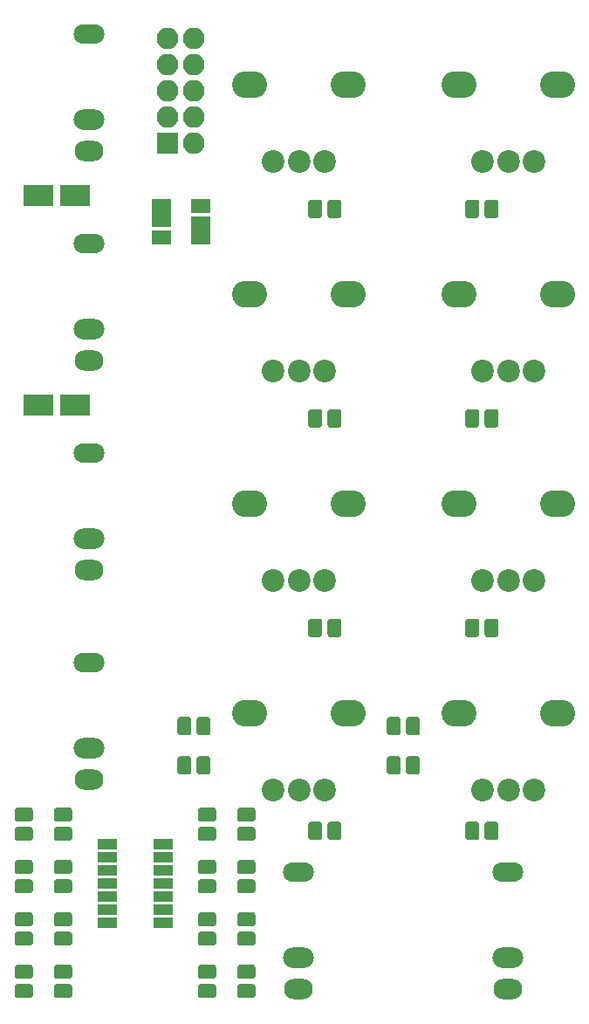
<source format=gbr>
G04 #@! TF.GenerationSoftware,KiCad,Pcbnew,(5.0.0)*
G04 #@! TF.CreationDate,2018-08-16T01:02:06+08:00*
G04 #@! TF.ProjectId,Mixer,4D697865722E6B696361645F70636200,rev?*
G04 #@! TF.SameCoordinates,Original*
G04 #@! TF.FileFunction,Soldermask,Bot*
G04 #@! TF.FilePolarity,Negative*
%FSLAX46Y46*%
G04 Gerber Fmt 4.6, Leading zero omitted, Abs format (unit mm)*
G04 Created by KiCad (PCBNEW (5.0.0)) date 08/16/18 01:02:06*
%MOMM*%
%LPD*%
G01*
G04 APERTURE LIST*
%ADD10R,3.000000X2.000000*%
%ADD11C,0.100000*%
%ADD12C,1.375000*%
%ADD13R,2.100000X2.100000*%
%ADD14O,2.100000X2.100000*%
%ADD15R,1.900000X1.450000*%
%ADD16R,1.900000X2.800000*%
%ADD17O,3.400000X2.600000*%
%ADD18C,2.200000*%
%ADD19O,3.000000X1.900000*%
%ADD20O,2.800000X2.000000*%
%ADD21O,3.000000X2.000000*%
%ADD22R,1.900000X1.000000*%
G04 APERTURE END LIST*
D10*
G04 #@! TO.C,C8*
X97177000Y-71755000D03*
X93577000Y-71755000D03*
G04 #@! TD*
G04 #@! TO.C,C6*
X93577000Y-92075000D03*
X97177000Y-92075000D03*
G04 #@! TD*
D11*
G04 #@! TO.C,C7*
G36*
X96601943Y-138046655D02*
X96635312Y-138051605D01*
X96668035Y-138059802D01*
X96699797Y-138071166D01*
X96730293Y-138085590D01*
X96759227Y-138102932D01*
X96786323Y-138123028D01*
X96811318Y-138145682D01*
X96833972Y-138170677D01*
X96854068Y-138197773D01*
X96871410Y-138226707D01*
X96885834Y-138257203D01*
X96897198Y-138288965D01*
X96905395Y-138321688D01*
X96910345Y-138355057D01*
X96912000Y-138388750D01*
X96912000Y-139076250D01*
X96910345Y-139109943D01*
X96905395Y-139143312D01*
X96897198Y-139176035D01*
X96885834Y-139207797D01*
X96871410Y-139238293D01*
X96854068Y-139267227D01*
X96833972Y-139294323D01*
X96811318Y-139319318D01*
X96786323Y-139341972D01*
X96759227Y-139362068D01*
X96730293Y-139379410D01*
X96699797Y-139393834D01*
X96668035Y-139405198D01*
X96635312Y-139413395D01*
X96601943Y-139418345D01*
X96568250Y-139420000D01*
X95455750Y-139420000D01*
X95422057Y-139418345D01*
X95388688Y-139413395D01*
X95355965Y-139405198D01*
X95324203Y-139393834D01*
X95293707Y-139379410D01*
X95264773Y-139362068D01*
X95237677Y-139341972D01*
X95212682Y-139319318D01*
X95190028Y-139294323D01*
X95169932Y-139267227D01*
X95152590Y-139238293D01*
X95138166Y-139207797D01*
X95126802Y-139176035D01*
X95118605Y-139143312D01*
X95113655Y-139109943D01*
X95112000Y-139076250D01*
X95112000Y-138388750D01*
X95113655Y-138355057D01*
X95118605Y-138321688D01*
X95126802Y-138288965D01*
X95138166Y-138257203D01*
X95152590Y-138226707D01*
X95169932Y-138197773D01*
X95190028Y-138170677D01*
X95212682Y-138145682D01*
X95237677Y-138123028D01*
X95264773Y-138102932D01*
X95293707Y-138085590D01*
X95324203Y-138071166D01*
X95355965Y-138059802D01*
X95388688Y-138051605D01*
X95422057Y-138046655D01*
X95455750Y-138045000D01*
X96568250Y-138045000D01*
X96601943Y-138046655D01*
X96601943Y-138046655D01*
G37*
D12*
X96012000Y-138732500D03*
D11*
G36*
X96601943Y-136171655D02*
X96635312Y-136176605D01*
X96668035Y-136184802D01*
X96699797Y-136196166D01*
X96730293Y-136210590D01*
X96759227Y-136227932D01*
X96786323Y-136248028D01*
X96811318Y-136270682D01*
X96833972Y-136295677D01*
X96854068Y-136322773D01*
X96871410Y-136351707D01*
X96885834Y-136382203D01*
X96897198Y-136413965D01*
X96905395Y-136446688D01*
X96910345Y-136480057D01*
X96912000Y-136513750D01*
X96912000Y-137201250D01*
X96910345Y-137234943D01*
X96905395Y-137268312D01*
X96897198Y-137301035D01*
X96885834Y-137332797D01*
X96871410Y-137363293D01*
X96854068Y-137392227D01*
X96833972Y-137419323D01*
X96811318Y-137444318D01*
X96786323Y-137466972D01*
X96759227Y-137487068D01*
X96730293Y-137504410D01*
X96699797Y-137518834D01*
X96668035Y-137530198D01*
X96635312Y-137538395D01*
X96601943Y-137543345D01*
X96568250Y-137545000D01*
X95455750Y-137545000D01*
X95422057Y-137543345D01*
X95388688Y-137538395D01*
X95355965Y-137530198D01*
X95324203Y-137518834D01*
X95293707Y-137504410D01*
X95264773Y-137487068D01*
X95237677Y-137466972D01*
X95212682Y-137444318D01*
X95190028Y-137419323D01*
X95169932Y-137392227D01*
X95152590Y-137363293D01*
X95138166Y-137332797D01*
X95126802Y-137301035D01*
X95118605Y-137268312D01*
X95113655Y-137234943D01*
X95112000Y-137201250D01*
X95112000Y-136513750D01*
X95113655Y-136480057D01*
X95118605Y-136446688D01*
X95126802Y-136413965D01*
X95138166Y-136382203D01*
X95152590Y-136351707D01*
X95169932Y-136322773D01*
X95190028Y-136295677D01*
X95212682Y-136270682D01*
X95237677Y-136248028D01*
X95264773Y-136227932D01*
X95293707Y-136210590D01*
X95324203Y-136196166D01*
X95355965Y-136184802D01*
X95388688Y-136176605D01*
X95422057Y-136171655D01*
X95455750Y-136170000D01*
X96568250Y-136170000D01*
X96601943Y-136171655D01*
X96601943Y-136171655D01*
G37*
D12*
X96012000Y-136857500D03*
G04 #@! TD*
D11*
G04 #@! TO.C,C5*
G36*
X110571943Y-138046655D02*
X110605312Y-138051605D01*
X110638035Y-138059802D01*
X110669797Y-138071166D01*
X110700293Y-138085590D01*
X110729227Y-138102932D01*
X110756323Y-138123028D01*
X110781318Y-138145682D01*
X110803972Y-138170677D01*
X110824068Y-138197773D01*
X110841410Y-138226707D01*
X110855834Y-138257203D01*
X110867198Y-138288965D01*
X110875395Y-138321688D01*
X110880345Y-138355057D01*
X110882000Y-138388750D01*
X110882000Y-139076250D01*
X110880345Y-139109943D01*
X110875395Y-139143312D01*
X110867198Y-139176035D01*
X110855834Y-139207797D01*
X110841410Y-139238293D01*
X110824068Y-139267227D01*
X110803972Y-139294323D01*
X110781318Y-139319318D01*
X110756323Y-139341972D01*
X110729227Y-139362068D01*
X110700293Y-139379410D01*
X110669797Y-139393834D01*
X110638035Y-139405198D01*
X110605312Y-139413395D01*
X110571943Y-139418345D01*
X110538250Y-139420000D01*
X109425750Y-139420000D01*
X109392057Y-139418345D01*
X109358688Y-139413395D01*
X109325965Y-139405198D01*
X109294203Y-139393834D01*
X109263707Y-139379410D01*
X109234773Y-139362068D01*
X109207677Y-139341972D01*
X109182682Y-139319318D01*
X109160028Y-139294323D01*
X109139932Y-139267227D01*
X109122590Y-139238293D01*
X109108166Y-139207797D01*
X109096802Y-139176035D01*
X109088605Y-139143312D01*
X109083655Y-139109943D01*
X109082000Y-139076250D01*
X109082000Y-138388750D01*
X109083655Y-138355057D01*
X109088605Y-138321688D01*
X109096802Y-138288965D01*
X109108166Y-138257203D01*
X109122590Y-138226707D01*
X109139932Y-138197773D01*
X109160028Y-138170677D01*
X109182682Y-138145682D01*
X109207677Y-138123028D01*
X109234773Y-138102932D01*
X109263707Y-138085590D01*
X109294203Y-138071166D01*
X109325965Y-138059802D01*
X109358688Y-138051605D01*
X109392057Y-138046655D01*
X109425750Y-138045000D01*
X110538250Y-138045000D01*
X110571943Y-138046655D01*
X110571943Y-138046655D01*
G37*
D12*
X109982000Y-138732500D03*
D11*
G36*
X110571943Y-136171655D02*
X110605312Y-136176605D01*
X110638035Y-136184802D01*
X110669797Y-136196166D01*
X110700293Y-136210590D01*
X110729227Y-136227932D01*
X110756323Y-136248028D01*
X110781318Y-136270682D01*
X110803972Y-136295677D01*
X110824068Y-136322773D01*
X110841410Y-136351707D01*
X110855834Y-136382203D01*
X110867198Y-136413965D01*
X110875395Y-136446688D01*
X110880345Y-136480057D01*
X110882000Y-136513750D01*
X110882000Y-137201250D01*
X110880345Y-137234943D01*
X110875395Y-137268312D01*
X110867198Y-137301035D01*
X110855834Y-137332797D01*
X110841410Y-137363293D01*
X110824068Y-137392227D01*
X110803972Y-137419323D01*
X110781318Y-137444318D01*
X110756323Y-137466972D01*
X110729227Y-137487068D01*
X110700293Y-137504410D01*
X110669797Y-137518834D01*
X110638035Y-137530198D01*
X110605312Y-137538395D01*
X110571943Y-137543345D01*
X110538250Y-137545000D01*
X109425750Y-137545000D01*
X109392057Y-137543345D01*
X109358688Y-137538395D01*
X109325965Y-137530198D01*
X109294203Y-137518834D01*
X109263707Y-137504410D01*
X109234773Y-137487068D01*
X109207677Y-137466972D01*
X109182682Y-137444318D01*
X109160028Y-137419323D01*
X109139932Y-137392227D01*
X109122590Y-137363293D01*
X109108166Y-137332797D01*
X109096802Y-137301035D01*
X109088605Y-137268312D01*
X109083655Y-137234943D01*
X109082000Y-137201250D01*
X109082000Y-136513750D01*
X109083655Y-136480057D01*
X109088605Y-136446688D01*
X109096802Y-136413965D01*
X109108166Y-136382203D01*
X109122590Y-136351707D01*
X109139932Y-136322773D01*
X109160028Y-136295677D01*
X109182682Y-136270682D01*
X109207677Y-136248028D01*
X109234773Y-136227932D01*
X109263707Y-136210590D01*
X109294203Y-136196166D01*
X109325965Y-136184802D01*
X109358688Y-136176605D01*
X109392057Y-136171655D01*
X109425750Y-136170000D01*
X110538250Y-136170000D01*
X110571943Y-136171655D01*
X110571943Y-136171655D01*
G37*
D12*
X109982000Y-136857500D03*
G04 #@! TD*
D11*
G04 #@! TO.C,C4*
G36*
X114381943Y-141251655D02*
X114415312Y-141256605D01*
X114448035Y-141264802D01*
X114479797Y-141276166D01*
X114510293Y-141290590D01*
X114539227Y-141307932D01*
X114566323Y-141328028D01*
X114591318Y-141350682D01*
X114613972Y-141375677D01*
X114634068Y-141402773D01*
X114651410Y-141431707D01*
X114665834Y-141462203D01*
X114677198Y-141493965D01*
X114685395Y-141526688D01*
X114690345Y-141560057D01*
X114692000Y-141593750D01*
X114692000Y-142281250D01*
X114690345Y-142314943D01*
X114685395Y-142348312D01*
X114677198Y-142381035D01*
X114665834Y-142412797D01*
X114651410Y-142443293D01*
X114634068Y-142472227D01*
X114613972Y-142499323D01*
X114591318Y-142524318D01*
X114566323Y-142546972D01*
X114539227Y-142567068D01*
X114510293Y-142584410D01*
X114479797Y-142598834D01*
X114448035Y-142610198D01*
X114415312Y-142618395D01*
X114381943Y-142623345D01*
X114348250Y-142625000D01*
X113235750Y-142625000D01*
X113202057Y-142623345D01*
X113168688Y-142618395D01*
X113135965Y-142610198D01*
X113104203Y-142598834D01*
X113073707Y-142584410D01*
X113044773Y-142567068D01*
X113017677Y-142546972D01*
X112992682Y-142524318D01*
X112970028Y-142499323D01*
X112949932Y-142472227D01*
X112932590Y-142443293D01*
X112918166Y-142412797D01*
X112906802Y-142381035D01*
X112898605Y-142348312D01*
X112893655Y-142314943D01*
X112892000Y-142281250D01*
X112892000Y-141593750D01*
X112893655Y-141560057D01*
X112898605Y-141526688D01*
X112906802Y-141493965D01*
X112918166Y-141462203D01*
X112932590Y-141431707D01*
X112949932Y-141402773D01*
X112970028Y-141375677D01*
X112992682Y-141350682D01*
X113017677Y-141328028D01*
X113044773Y-141307932D01*
X113073707Y-141290590D01*
X113104203Y-141276166D01*
X113135965Y-141264802D01*
X113168688Y-141256605D01*
X113202057Y-141251655D01*
X113235750Y-141250000D01*
X114348250Y-141250000D01*
X114381943Y-141251655D01*
X114381943Y-141251655D01*
G37*
D12*
X113792000Y-141937500D03*
D11*
G36*
X114381943Y-143126655D02*
X114415312Y-143131605D01*
X114448035Y-143139802D01*
X114479797Y-143151166D01*
X114510293Y-143165590D01*
X114539227Y-143182932D01*
X114566323Y-143203028D01*
X114591318Y-143225682D01*
X114613972Y-143250677D01*
X114634068Y-143277773D01*
X114651410Y-143306707D01*
X114665834Y-143337203D01*
X114677198Y-143368965D01*
X114685395Y-143401688D01*
X114690345Y-143435057D01*
X114692000Y-143468750D01*
X114692000Y-144156250D01*
X114690345Y-144189943D01*
X114685395Y-144223312D01*
X114677198Y-144256035D01*
X114665834Y-144287797D01*
X114651410Y-144318293D01*
X114634068Y-144347227D01*
X114613972Y-144374323D01*
X114591318Y-144399318D01*
X114566323Y-144421972D01*
X114539227Y-144442068D01*
X114510293Y-144459410D01*
X114479797Y-144473834D01*
X114448035Y-144485198D01*
X114415312Y-144493395D01*
X114381943Y-144498345D01*
X114348250Y-144500000D01*
X113235750Y-144500000D01*
X113202057Y-144498345D01*
X113168688Y-144493395D01*
X113135965Y-144485198D01*
X113104203Y-144473834D01*
X113073707Y-144459410D01*
X113044773Y-144442068D01*
X113017677Y-144421972D01*
X112992682Y-144399318D01*
X112970028Y-144374323D01*
X112949932Y-144347227D01*
X112932590Y-144318293D01*
X112918166Y-144287797D01*
X112906802Y-144256035D01*
X112898605Y-144223312D01*
X112893655Y-144189943D01*
X112892000Y-144156250D01*
X112892000Y-143468750D01*
X112893655Y-143435057D01*
X112898605Y-143401688D01*
X112906802Y-143368965D01*
X112918166Y-143337203D01*
X112932590Y-143306707D01*
X112949932Y-143277773D01*
X112970028Y-143250677D01*
X112992682Y-143225682D01*
X113017677Y-143203028D01*
X113044773Y-143182932D01*
X113073707Y-143165590D01*
X113104203Y-143151166D01*
X113135965Y-143139802D01*
X113168688Y-143131605D01*
X113202057Y-143126655D01*
X113235750Y-143125000D01*
X114348250Y-143125000D01*
X114381943Y-143126655D01*
X114381943Y-143126655D01*
G37*
D12*
X113792000Y-143812500D03*
G04 #@! TD*
D11*
G04 #@! TO.C,C3*
G36*
X110571943Y-131091655D02*
X110605312Y-131096605D01*
X110638035Y-131104802D01*
X110669797Y-131116166D01*
X110700293Y-131130590D01*
X110729227Y-131147932D01*
X110756323Y-131168028D01*
X110781318Y-131190682D01*
X110803972Y-131215677D01*
X110824068Y-131242773D01*
X110841410Y-131271707D01*
X110855834Y-131302203D01*
X110867198Y-131333965D01*
X110875395Y-131366688D01*
X110880345Y-131400057D01*
X110882000Y-131433750D01*
X110882000Y-132121250D01*
X110880345Y-132154943D01*
X110875395Y-132188312D01*
X110867198Y-132221035D01*
X110855834Y-132252797D01*
X110841410Y-132283293D01*
X110824068Y-132312227D01*
X110803972Y-132339323D01*
X110781318Y-132364318D01*
X110756323Y-132386972D01*
X110729227Y-132407068D01*
X110700293Y-132424410D01*
X110669797Y-132438834D01*
X110638035Y-132450198D01*
X110605312Y-132458395D01*
X110571943Y-132463345D01*
X110538250Y-132465000D01*
X109425750Y-132465000D01*
X109392057Y-132463345D01*
X109358688Y-132458395D01*
X109325965Y-132450198D01*
X109294203Y-132438834D01*
X109263707Y-132424410D01*
X109234773Y-132407068D01*
X109207677Y-132386972D01*
X109182682Y-132364318D01*
X109160028Y-132339323D01*
X109139932Y-132312227D01*
X109122590Y-132283293D01*
X109108166Y-132252797D01*
X109096802Y-132221035D01*
X109088605Y-132188312D01*
X109083655Y-132154943D01*
X109082000Y-132121250D01*
X109082000Y-131433750D01*
X109083655Y-131400057D01*
X109088605Y-131366688D01*
X109096802Y-131333965D01*
X109108166Y-131302203D01*
X109122590Y-131271707D01*
X109139932Y-131242773D01*
X109160028Y-131215677D01*
X109182682Y-131190682D01*
X109207677Y-131168028D01*
X109234773Y-131147932D01*
X109263707Y-131130590D01*
X109294203Y-131116166D01*
X109325965Y-131104802D01*
X109358688Y-131096605D01*
X109392057Y-131091655D01*
X109425750Y-131090000D01*
X110538250Y-131090000D01*
X110571943Y-131091655D01*
X110571943Y-131091655D01*
G37*
D12*
X109982000Y-131777500D03*
D11*
G36*
X110571943Y-132966655D02*
X110605312Y-132971605D01*
X110638035Y-132979802D01*
X110669797Y-132991166D01*
X110700293Y-133005590D01*
X110729227Y-133022932D01*
X110756323Y-133043028D01*
X110781318Y-133065682D01*
X110803972Y-133090677D01*
X110824068Y-133117773D01*
X110841410Y-133146707D01*
X110855834Y-133177203D01*
X110867198Y-133208965D01*
X110875395Y-133241688D01*
X110880345Y-133275057D01*
X110882000Y-133308750D01*
X110882000Y-133996250D01*
X110880345Y-134029943D01*
X110875395Y-134063312D01*
X110867198Y-134096035D01*
X110855834Y-134127797D01*
X110841410Y-134158293D01*
X110824068Y-134187227D01*
X110803972Y-134214323D01*
X110781318Y-134239318D01*
X110756323Y-134261972D01*
X110729227Y-134282068D01*
X110700293Y-134299410D01*
X110669797Y-134313834D01*
X110638035Y-134325198D01*
X110605312Y-134333395D01*
X110571943Y-134338345D01*
X110538250Y-134340000D01*
X109425750Y-134340000D01*
X109392057Y-134338345D01*
X109358688Y-134333395D01*
X109325965Y-134325198D01*
X109294203Y-134313834D01*
X109263707Y-134299410D01*
X109234773Y-134282068D01*
X109207677Y-134261972D01*
X109182682Y-134239318D01*
X109160028Y-134214323D01*
X109139932Y-134187227D01*
X109122590Y-134158293D01*
X109108166Y-134127797D01*
X109096802Y-134096035D01*
X109088605Y-134063312D01*
X109083655Y-134029943D01*
X109082000Y-133996250D01*
X109082000Y-133308750D01*
X109083655Y-133275057D01*
X109088605Y-133241688D01*
X109096802Y-133208965D01*
X109108166Y-133177203D01*
X109122590Y-133146707D01*
X109139932Y-133117773D01*
X109160028Y-133090677D01*
X109182682Y-133065682D01*
X109207677Y-133043028D01*
X109234773Y-133022932D01*
X109263707Y-133005590D01*
X109294203Y-132991166D01*
X109325965Y-132979802D01*
X109358688Y-132971605D01*
X109392057Y-132966655D01*
X109425750Y-132965000D01*
X110538250Y-132965000D01*
X110571943Y-132966655D01*
X110571943Y-132966655D01*
G37*
D12*
X109982000Y-133652500D03*
G04 #@! TD*
D11*
G04 #@! TO.C,C2*
G36*
X92791943Y-141251655D02*
X92825312Y-141256605D01*
X92858035Y-141264802D01*
X92889797Y-141276166D01*
X92920293Y-141290590D01*
X92949227Y-141307932D01*
X92976323Y-141328028D01*
X93001318Y-141350682D01*
X93023972Y-141375677D01*
X93044068Y-141402773D01*
X93061410Y-141431707D01*
X93075834Y-141462203D01*
X93087198Y-141493965D01*
X93095395Y-141526688D01*
X93100345Y-141560057D01*
X93102000Y-141593750D01*
X93102000Y-142281250D01*
X93100345Y-142314943D01*
X93095395Y-142348312D01*
X93087198Y-142381035D01*
X93075834Y-142412797D01*
X93061410Y-142443293D01*
X93044068Y-142472227D01*
X93023972Y-142499323D01*
X93001318Y-142524318D01*
X92976323Y-142546972D01*
X92949227Y-142567068D01*
X92920293Y-142584410D01*
X92889797Y-142598834D01*
X92858035Y-142610198D01*
X92825312Y-142618395D01*
X92791943Y-142623345D01*
X92758250Y-142625000D01*
X91645750Y-142625000D01*
X91612057Y-142623345D01*
X91578688Y-142618395D01*
X91545965Y-142610198D01*
X91514203Y-142598834D01*
X91483707Y-142584410D01*
X91454773Y-142567068D01*
X91427677Y-142546972D01*
X91402682Y-142524318D01*
X91380028Y-142499323D01*
X91359932Y-142472227D01*
X91342590Y-142443293D01*
X91328166Y-142412797D01*
X91316802Y-142381035D01*
X91308605Y-142348312D01*
X91303655Y-142314943D01*
X91302000Y-142281250D01*
X91302000Y-141593750D01*
X91303655Y-141560057D01*
X91308605Y-141526688D01*
X91316802Y-141493965D01*
X91328166Y-141462203D01*
X91342590Y-141431707D01*
X91359932Y-141402773D01*
X91380028Y-141375677D01*
X91402682Y-141350682D01*
X91427677Y-141328028D01*
X91454773Y-141307932D01*
X91483707Y-141290590D01*
X91514203Y-141276166D01*
X91545965Y-141264802D01*
X91578688Y-141256605D01*
X91612057Y-141251655D01*
X91645750Y-141250000D01*
X92758250Y-141250000D01*
X92791943Y-141251655D01*
X92791943Y-141251655D01*
G37*
D12*
X92202000Y-141937500D03*
D11*
G36*
X92791943Y-143126655D02*
X92825312Y-143131605D01*
X92858035Y-143139802D01*
X92889797Y-143151166D01*
X92920293Y-143165590D01*
X92949227Y-143182932D01*
X92976323Y-143203028D01*
X93001318Y-143225682D01*
X93023972Y-143250677D01*
X93044068Y-143277773D01*
X93061410Y-143306707D01*
X93075834Y-143337203D01*
X93087198Y-143368965D01*
X93095395Y-143401688D01*
X93100345Y-143435057D01*
X93102000Y-143468750D01*
X93102000Y-144156250D01*
X93100345Y-144189943D01*
X93095395Y-144223312D01*
X93087198Y-144256035D01*
X93075834Y-144287797D01*
X93061410Y-144318293D01*
X93044068Y-144347227D01*
X93023972Y-144374323D01*
X93001318Y-144399318D01*
X92976323Y-144421972D01*
X92949227Y-144442068D01*
X92920293Y-144459410D01*
X92889797Y-144473834D01*
X92858035Y-144485198D01*
X92825312Y-144493395D01*
X92791943Y-144498345D01*
X92758250Y-144500000D01*
X91645750Y-144500000D01*
X91612057Y-144498345D01*
X91578688Y-144493395D01*
X91545965Y-144485198D01*
X91514203Y-144473834D01*
X91483707Y-144459410D01*
X91454773Y-144442068D01*
X91427677Y-144421972D01*
X91402682Y-144399318D01*
X91380028Y-144374323D01*
X91359932Y-144347227D01*
X91342590Y-144318293D01*
X91328166Y-144287797D01*
X91316802Y-144256035D01*
X91308605Y-144223312D01*
X91303655Y-144189943D01*
X91302000Y-144156250D01*
X91302000Y-143468750D01*
X91303655Y-143435057D01*
X91308605Y-143401688D01*
X91316802Y-143368965D01*
X91328166Y-143337203D01*
X91342590Y-143306707D01*
X91359932Y-143277773D01*
X91380028Y-143250677D01*
X91402682Y-143225682D01*
X91427677Y-143203028D01*
X91454773Y-143182932D01*
X91483707Y-143165590D01*
X91514203Y-143151166D01*
X91545965Y-143139802D01*
X91578688Y-143131605D01*
X91612057Y-143126655D01*
X91645750Y-143125000D01*
X92758250Y-143125000D01*
X92791943Y-143126655D01*
X92791943Y-143126655D01*
G37*
D12*
X92202000Y-143812500D03*
G04 #@! TD*
D11*
G04 #@! TO.C,C1*
G36*
X92791943Y-131091655D02*
X92825312Y-131096605D01*
X92858035Y-131104802D01*
X92889797Y-131116166D01*
X92920293Y-131130590D01*
X92949227Y-131147932D01*
X92976323Y-131168028D01*
X93001318Y-131190682D01*
X93023972Y-131215677D01*
X93044068Y-131242773D01*
X93061410Y-131271707D01*
X93075834Y-131302203D01*
X93087198Y-131333965D01*
X93095395Y-131366688D01*
X93100345Y-131400057D01*
X93102000Y-131433750D01*
X93102000Y-132121250D01*
X93100345Y-132154943D01*
X93095395Y-132188312D01*
X93087198Y-132221035D01*
X93075834Y-132252797D01*
X93061410Y-132283293D01*
X93044068Y-132312227D01*
X93023972Y-132339323D01*
X93001318Y-132364318D01*
X92976323Y-132386972D01*
X92949227Y-132407068D01*
X92920293Y-132424410D01*
X92889797Y-132438834D01*
X92858035Y-132450198D01*
X92825312Y-132458395D01*
X92791943Y-132463345D01*
X92758250Y-132465000D01*
X91645750Y-132465000D01*
X91612057Y-132463345D01*
X91578688Y-132458395D01*
X91545965Y-132450198D01*
X91514203Y-132438834D01*
X91483707Y-132424410D01*
X91454773Y-132407068D01*
X91427677Y-132386972D01*
X91402682Y-132364318D01*
X91380028Y-132339323D01*
X91359932Y-132312227D01*
X91342590Y-132283293D01*
X91328166Y-132252797D01*
X91316802Y-132221035D01*
X91308605Y-132188312D01*
X91303655Y-132154943D01*
X91302000Y-132121250D01*
X91302000Y-131433750D01*
X91303655Y-131400057D01*
X91308605Y-131366688D01*
X91316802Y-131333965D01*
X91328166Y-131302203D01*
X91342590Y-131271707D01*
X91359932Y-131242773D01*
X91380028Y-131215677D01*
X91402682Y-131190682D01*
X91427677Y-131168028D01*
X91454773Y-131147932D01*
X91483707Y-131130590D01*
X91514203Y-131116166D01*
X91545965Y-131104802D01*
X91578688Y-131096605D01*
X91612057Y-131091655D01*
X91645750Y-131090000D01*
X92758250Y-131090000D01*
X92791943Y-131091655D01*
X92791943Y-131091655D01*
G37*
D12*
X92202000Y-131777500D03*
D11*
G36*
X92791943Y-132966655D02*
X92825312Y-132971605D01*
X92858035Y-132979802D01*
X92889797Y-132991166D01*
X92920293Y-133005590D01*
X92949227Y-133022932D01*
X92976323Y-133043028D01*
X93001318Y-133065682D01*
X93023972Y-133090677D01*
X93044068Y-133117773D01*
X93061410Y-133146707D01*
X93075834Y-133177203D01*
X93087198Y-133208965D01*
X93095395Y-133241688D01*
X93100345Y-133275057D01*
X93102000Y-133308750D01*
X93102000Y-133996250D01*
X93100345Y-134029943D01*
X93095395Y-134063312D01*
X93087198Y-134096035D01*
X93075834Y-134127797D01*
X93061410Y-134158293D01*
X93044068Y-134187227D01*
X93023972Y-134214323D01*
X93001318Y-134239318D01*
X92976323Y-134261972D01*
X92949227Y-134282068D01*
X92920293Y-134299410D01*
X92889797Y-134313834D01*
X92858035Y-134325198D01*
X92825312Y-134333395D01*
X92791943Y-134338345D01*
X92758250Y-134340000D01*
X91645750Y-134340000D01*
X91612057Y-134338345D01*
X91578688Y-134333395D01*
X91545965Y-134325198D01*
X91514203Y-134313834D01*
X91483707Y-134299410D01*
X91454773Y-134282068D01*
X91427677Y-134261972D01*
X91402682Y-134239318D01*
X91380028Y-134214323D01*
X91359932Y-134187227D01*
X91342590Y-134158293D01*
X91328166Y-134127797D01*
X91316802Y-134096035D01*
X91308605Y-134063312D01*
X91303655Y-134029943D01*
X91302000Y-133996250D01*
X91302000Y-133308750D01*
X91303655Y-133275057D01*
X91308605Y-133241688D01*
X91316802Y-133208965D01*
X91328166Y-133177203D01*
X91342590Y-133146707D01*
X91359932Y-133117773D01*
X91380028Y-133090677D01*
X91402682Y-133065682D01*
X91427677Y-133043028D01*
X91454773Y-133022932D01*
X91483707Y-133005590D01*
X91514203Y-132991166D01*
X91545965Y-132979802D01*
X91578688Y-132971605D01*
X91612057Y-132966655D01*
X91645750Y-132965000D01*
X92758250Y-132965000D01*
X92791943Y-132966655D01*
X92791943Y-132966655D01*
G37*
D12*
X92202000Y-133652500D03*
G04 #@! TD*
D13*
G04 #@! TO.C,J7*
X106172000Y-66675000D03*
D14*
X108712000Y-66675000D03*
X106172000Y-64135000D03*
X108712000Y-64135000D03*
X106172000Y-61595000D03*
X108712000Y-61595000D03*
X106172000Y-59055000D03*
X108712000Y-59055000D03*
X106172000Y-56515000D03*
X108712000Y-56515000D03*
G04 #@! TD*
D15*
G04 #@! TO.C,D2*
X105537000Y-75820000D03*
D16*
X105537000Y-73445000D03*
G04 #@! TD*
G04 #@! TO.C,D1*
X109347000Y-75145000D03*
D15*
X109347000Y-72770000D03*
G04 #@! TD*
D17*
G04 #@! TO.C,RV8*
X123672000Y-121920000D03*
D18*
X116372000Y-129420010D03*
X118912000Y-129420010D03*
X121372000Y-129420010D03*
D17*
X114072000Y-121920000D03*
G04 #@! TD*
G04 #@! TO.C,RV7*
X114072000Y-101600000D03*
D18*
X121372000Y-109100010D03*
X118912000Y-109100010D03*
X116372000Y-109100010D03*
D17*
X123672000Y-101600000D03*
G04 #@! TD*
G04 #@! TO.C,RV6*
X123672000Y-81280000D03*
D18*
X116372000Y-88780010D03*
X118912000Y-88780010D03*
X121372000Y-88780010D03*
D17*
X114072000Y-81280000D03*
G04 #@! TD*
G04 #@! TO.C,RV5*
X114072000Y-60960000D03*
D18*
X121372000Y-68460010D03*
X118912000Y-68460010D03*
X116372000Y-68460010D03*
D17*
X123672000Y-60960000D03*
G04 #@! TD*
G04 #@! TO.C,RV4*
X143992000Y-121920000D03*
D18*
X136692000Y-129420010D03*
X139232000Y-129420010D03*
X141692000Y-129420010D03*
D17*
X134392000Y-121920000D03*
G04 #@! TD*
G04 #@! TO.C,RV3*
X134392000Y-101600000D03*
D18*
X141692000Y-109100010D03*
X139232000Y-109100010D03*
X136692000Y-109100010D03*
D17*
X143992000Y-101600000D03*
G04 #@! TD*
G04 #@! TO.C,RV1*
X143992000Y-60960000D03*
D18*
X136692000Y-68460010D03*
X139232000Y-68460010D03*
X141692000Y-68460010D03*
D17*
X134392000Y-60960000D03*
G04 #@! TD*
G04 #@! TO.C,RV2*
X134392000Y-81280000D03*
D18*
X141692000Y-88780010D03*
X139232000Y-88780010D03*
X136692000Y-88780010D03*
D17*
X143992000Y-81280000D03*
G04 #@! TD*
D19*
G04 #@! TO.C,J4*
X98552000Y-117000000D03*
D20*
X98552000Y-128400000D03*
D21*
X98552000Y-125300000D03*
G04 #@! TD*
G04 #@! TO.C,J1*
X98552000Y-64340000D03*
D20*
X98552000Y-67440000D03*
D19*
X98552000Y-56040000D03*
G04 #@! TD*
G04 #@! TO.C,J2*
X98552000Y-76360000D03*
D20*
X98552000Y-87760000D03*
D21*
X98552000Y-84660000D03*
G04 #@! TD*
G04 #@! TO.C,J6*
X139192000Y-145620000D03*
D20*
X139192000Y-148720000D03*
D19*
X139192000Y-137320000D03*
G04 #@! TD*
G04 #@! TO.C,J5*
X118872000Y-137320000D03*
D20*
X118872000Y-148720000D03*
D21*
X118872000Y-145620000D03*
G04 #@! TD*
G04 #@! TO.C,J3*
X98552000Y-104980000D03*
D20*
X98552000Y-108080000D03*
D19*
X98552000Y-96680000D03*
G04 #@! TD*
D22*
G04 #@! TO.C,U1*
X105697000Y-134620000D03*
X105697000Y-135890000D03*
X105697000Y-137160000D03*
X105697000Y-138430000D03*
X105697000Y-139700000D03*
X105697000Y-140970000D03*
X105697000Y-142240000D03*
X100297000Y-142240000D03*
X100297000Y-140970000D03*
X100297000Y-139700000D03*
X100297000Y-138430000D03*
X100297000Y-137160000D03*
X100297000Y-135890000D03*
X100297000Y-134620000D03*
G04 #@! TD*
D11*
G04 #@! TO.C,R22*
G36*
X128471943Y-122291655D02*
X128505312Y-122296605D01*
X128538035Y-122304802D01*
X128569797Y-122316166D01*
X128600293Y-122330590D01*
X128629227Y-122347932D01*
X128656323Y-122368028D01*
X128681318Y-122390682D01*
X128703972Y-122415677D01*
X128724068Y-122442773D01*
X128741410Y-122471707D01*
X128755834Y-122502203D01*
X128767198Y-122533965D01*
X128775395Y-122566688D01*
X128780345Y-122600057D01*
X128782000Y-122633750D01*
X128782000Y-123746250D01*
X128780345Y-123779943D01*
X128775395Y-123813312D01*
X128767198Y-123846035D01*
X128755834Y-123877797D01*
X128741410Y-123908293D01*
X128724068Y-123937227D01*
X128703972Y-123964323D01*
X128681318Y-123989318D01*
X128656323Y-124011972D01*
X128629227Y-124032068D01*
X128600293Y-124049410D01*
X128569797Y-124063834D01*
X128538035Y-124075198D01*
X128505312Y-124083395D01*
X128471943Y-124088345D01*
X128438250Y-124090000D01*
X127750750Y-124090000D01*
X127717057Y-124088345D01*
X127683688Y-124083395D01*
X127650965Y-124075198D01*
X127619203Y-124063834D01*
X127588707Y-124049410D01*
X127559773Y-124032068D01*
X127532677Y-124011972D01*
X127507682Y-123989318D01*
X127485028Y-123964323D01*
X127464932Y-123937227D01*
X127447590Y-123908293D01*
X127433166Y-123877797D01*
X127421802Y-123846035D01*
X127413605Y-123813312D01*
X127408655Y-123779943D01*
X127407000Y-123746250D01*
X127407000Y-122633750D01*
X127408655Y-122600057D01*
X127413605Y-122566688D01*
X127421802Y-122533965D01*
X127433166Y-122502203D01*
X127447590Y-122471707D01*
X127464932Y-122442773D01*
X127485028Y-122415677D01*
X127507682Y-122390682D01*
X127532677Y-122368028D01*
X127559773Y-122347932D01*
X127588707Y-122330590D01*
X127619203Y-122316166D01*
X127650965Y-122304802D01*
X127683688Y-122296605D01*
X127717057Y-122291655D01*
X127750750Y-122290000D01*
X128438250Y-122290000D01*
X128471943Y-122291655D01*
X128471943Y-122291655D01*
G37*
D12*
X128094500Y-123190000D03*
D11*
G36*
X130346943Y-122291655D02*
X130380312Y-122296605D01*
X130413035Y-122304802D01*
X130444797Y-122316166D01*
X130475293Y-122330590D01*
X130504227Y-122347932D01*
X130531323Y-122368028D01*
X130556318Y-122390682D01*
X130578972Y-122415677D01*
X130599068Y-122442773D01*
X130616410Y-122471707D01*
X130630834Y-122502203D01*
X130642198Y-122533965D01*
X130650395Y-122566688D01*
X130655345Y-122600057D01*
X130657000Y-122633750D01*
X130657000Y-123746250D01*
X130655345Y-123779943D01*
X130650395Y-123813312D01*
X130642198Y-123846035D01*
X130630834Y-123877797D01*
X130616410Y-123908293D01*
X130599068Y-123937227D01*
X130578972Y-123964323D01*
X130556318Y-123989318D01*
X130531323Y-124011972D01*
X130504227Y-124032068D01*
X130475293Y-124049410D01*
X130444797Y-124063834D01*
X130413035Y-124075198D01*
X130380312Y-124083395D01*
X130346943Y-124088345D01*
X130313250Y-124090000D01*
X129625750Y-124090000D01*
X129592057Y-124088345D01*
X129558688Y-124083395D01*
X129525965Y-124075198D01*
X129494203Y-124063834D01*
X129463707Y-124049410D01*
X129434773Y-124032068D01*
X129407677Y-124011972D01*
X129382682Y-123989318D01*
X129360028Y-123964323D01*
X129339932Y-123937227D01*
X129322590Y-123908293D01*
X129308166Y-123877797D01*
X129296802Y-123846035D01*
X129288605Y-123813312D01*
X129283655Y-123779943D01*
X129282000Y-123746250D01*
X129282000Y-122633750D01*
X129283655Y-122600057D01*
X129288605Y-122566688D01*
X129296802Y-122533965D01*
X129308166Y-122502203D01*
X129322590Y-122471707D01*
X129339932Y-122442773D01*
X129360028Y-122415677D01*
X129382682Y-122390682D01*
X129407677Y-122368028D01*
X129434773Y-122347932D01*
X129463707Y-122330590D01*
X129494203Y-122316166D01*
X129525965Y-122304802D01*
X129558688Y-122296605D01*
X129592057Y-122291655D01*
X129625750Y-122290000D01*
X130313250Y-122290000D01*
X130346943Y-122291655D01*
X130346943Y-122291655D01*
G37*
D12*
X129969500Y-123190000D03*
G04 #@! TD*
D11*
G04 #@! TO.C,R21*
G36*
X128471943Y-126101655D02*
X128505312Y-126106605D01*
X128538035Y-126114802D01*
X128569797Y-126126166D01*
X128600293Y-126140590D01*
X128629227Y-126157932D01*
X128656323Y-126178028D01*
X128681318Y-126200682D01*
X128703972Y-126225677D01*
X128724068Y-126252773D01*
X128741410Y-126281707D01*
X128755834Y-126312203D01*
X128767198Y-126343965D01*
X128775395Y-126376688D01*
X128780345Y-126410057D01*
X128782000Y-126443750D01*
X128782000Y-127556250D01*
X128780345Y-127589943D01*
X128775395Y-127623312D01*
X128767198Y-127656035D01*
X128755834Y-127687797D01*
X128741410Y-127718293D01*
X128724068Y-127747227D01*
X128703972Y-127774323D01*
X128681318Y-127799318D01*
X128656323Y-127821972D01*
X128629227Y-127842068D01*
X128600293Y-127859410D01*
X128569797Y-127873834D01*
X128538035Y-127885198D01*
X128505312Y-127893395D01*
X128471943Y-127898345D01*
X128438250Y-127900000D01*
X127750750Y-127900000D01*
X127717057Y-127898345D01*
X127683688Y-127893395D01*
X127650965Y-127885198D01*
X127619203Y-127873834D01*
X127588707Y-127859410D01*
X127559773Y-127842068D01*
X127532677Y-127821972D01*
X127507682Y-127799318D01*
X127485028Y-127774323D01*
X127464932Y-127747227D01*
X127447590Y-127718293D01*
X127433166Y-127687797D01*
X127421802Y-127656035D01*
X127413605Y-127623312D01*
X127408655Y-127589943D01*
X127407000Y-127556250D01*
X127407000Y-126443750D01*
X127408655Y-126410057D01*
X127413605Y-126376688D01*
X127421802Y-126343965D01*
X127433166Y-126312203D01*
X127447590Y-126281707D01*
X127464932Y-126252773D01*
X127485028Y-126225677D01*
X127507682Y-126200682D01*
X127532677Y-126178028D01*
X127559773Y-126157932D01*
X127588707Y-126140590D01*
X127619203Y-126126166D01*
X127650965Y-126114802D01*
X127683688Y-126106605D01*
X127717057Y-126101655D01*
X127750750Y-126100000D01*
X128438250Y-126100000D01*
X128471943Y-126101655D01*
X128471943Y-126101655D01*
G37*
D12*
X128094500Y-127000000D03*
D11*
G36*
X130346943Y-126101655D02*
X130380312Y-126106605D01*
X130413035Y-126114802D01*
X130444797Y-126126166D01*
X130475293Y-126140590D01*
X130504227Y-126157932D01*
X130531323Y-126178028D01*
X130556318Y-126200682D01*
X130578972Y-126225677D01*
X130599068Y-126252773D01*
X130616410Y-126281707D01*
X130630834Y-126312203D01*
X130642198Y-126343965D01*
X130650395Y-126376688D01*
X130655345Y-126410057D01*
X130657000Y-126443750D01*
X130657000Y-127556250D01*
X130655345Y-127589943D01*
X130650395Y-127623312D01*
X130642198Y-127656035D01*
X130630834Y-127687797D01*
X130616410Y-127718293D01*
X130599068Y-127747227D01*
X130578972Y-127774323D01*
X130556318Y-127799318D01*
X130531323Y-127821972D01*
X130504227Y-127842068D01*
X130475293Y-127859410D01*
X130444797Y-127873834D01*
X130413035Y-127885198D01*
X130380312Y-127893395D01*
X130346943Y-127898345D01*
X130313250Y-127900000D01*
X129625750Y-127900000D01*
X129592057Y-127898345D01*
X129558688Y-127893395D01*
X129525965Y-127885198D01*
X129494203Y-127873834D01*
X129463707Y-127859410D01*
X129434773Y-127842068D01*
X129407677Y-127821972D01*
X129382682Y-127799318D01*
X129360028Y-127774323D01*
X129339932Y-127747227D01*
X129322590Y-127718293D01*
X129308166Y-127687797D01*
X129296802Y-127656035D01*
X129288605Y-127623312D01*
X129283655Y-127589943D01*
X129282000Y-127556250D01*
X129282000Y-126443750D01*
X129283655Y-126410057D01*
X129288605Y-126376688D01*
X129296802Y-126343965D01*
X129308166Y-126312203D01*
X129322590Y-126281707D01*
X129339932Y-126252773D01*
X129360028Y-126225677D01*
X129382682Y-126200682D01*
X129407677Y-126178028D01*
X129434773Y-126157932D01*
X129463707Y-126140590D01*
X129494203Y-126126166D01*
X129525965Y-126114802D01*
X129558688Y-126106605D01*
X129592057Y-126101655D01*
X129625750Y-126100000D01*
X130313250Y-126100000D01*
X130346943Y-126101655D01*
X130346943Y-126101655D01*
G37*
D12*
X129969500Y-127000000D03*
G04 #@! TD*
D11*
G04 #@! TO.C,R20*
G36*
X108151943Y-122291655D02*
X108185312Y-122296605D01*
X108218035Y-122304802D01*
X108249797Y-122316166D01*
X108280293Y-122330590D01*
X108309227Y-122347932D01*
X108336323Y-122368028D01*
X108361318Y-122390682D01*
X108383972Y-122415677D01*
X108404068Y-122442773D01*
X108421410Y-122471707D01*
X108435834Y-122502203D01*
X108447198Y-122533965D01*
X108455395Y-122566688D01*
X108460345Y-122600057D01*
X108462000Y-122633750D01*
X108462000Y-123746250D01*
X108460345Y-123779943D01*
X108455395Y-123813312D01*
X108447198Y-123846035D01*
X108435834Y-123877797D01*
X108421410Y-123908293D01*
X108404068Y-123937227D01*
X108383972Y-123964323D01*
X108361318Y-123989318D01*
X108336323Y-124011972D01*
X108309227Y-124032068D01*
X108280293Y-124049410D01*
X108249797Y-124063834D01*
X108218035Y-124075198D01*
X108185312Y-124083395D01*
X108151943Y-124088345D01*
X108118250Y-124090000D01*
X107430750Y-124090000D01*
X107397057Y-124088345D01*
X107363688Y-124083395D01*
X107330965Y-124075198D01*
X107299203Y-124063834D01*
X107268707Y-124049410D01*
X107239773Y-124032068D01*
X107212677Y-124011972D01*
X107187682Y-123989318D01*
X107165028Y-123964323D01*
X107144932Y-123937227D01*
X107127590Y-123908293D01*
X107113166Y-123877797D01*
X107101802Y-123846035D01*
X107093605Y-123813312D01*
X107088655Y-123779943D01*
X107087000Y-123746250D01*
X107087000Y-122633750D01*
X107088655Y-122600057D01*
X107093605Y-122566688D01*
X107101802Y-122533965D01*
X107113166Y-122502203D01*
X107127590Y-122471707D01*
X107144932Y-122442773D01*
X107165028Y-122415677D01*
X107187682Y-122390682D01*
X107212677Y-122368028D01*
X107239773Y-122347932D01*
X107268707Y-122330590D01*
X107299203Y-122316166D01*
X107330965Y-122304802D01*
X107363688Y-122296605D01*
X107397057Y-122291655D01*
X107430750Y-122290000D01*
X108118250Y-122290000D01*
X108151943Y-122291655D01*
X108151943Y-122291655D01*
G37*
D12*
X107774500Y-123190000D03*
D11*
G36*
X110026943Y-122291655D02*
X110060312Y-122296605D01*
X110093035Y-122304802D01*
X110124797Y-122316166D01*
X110155293Y-122330590D01*
X110184227Y-122347932D01*
X110211323Y-122368028D01*
X110236318Y-122390682D01*
X110258972Y-122415677D01*
X110279068Y-122442773D01*
X110296410Y-122471707D01*
X110310834Y-122502203D01*
X110322198Y-122533965D01*
X110330395Y-122566688D01*
X110335345Y-122600057D01*
X110337000Y-122633750D01*
X110337000Y-123746250D01*
X110335345Y-123779943D01*
X110330395Y-123813312D01*
X110322198Y-123846035D01*
X110310834Y-123877797D01*
X110296410Y-123908293D01*
X110279068Y-123937227D01*
X110258972Y-123964323D01*
X110236318Y-123989318D01*
X110211323Y-124011972D01*
X110184227Y-124032068D01*
X110155293Y-124049410D01*
X110124797Y-124063834D01*
X110093035Y-124075198D01*
X110060312Y-124083395D01*
X110026943Y-124088345D01*
X109993250Y-124090000D01*
X109305750Y-124090000D01*
X109272057Y-124088345D01*
X109238688Y-124083395D01*
X109205965Y-124075198D01*
X109174203Y-124063834D01*
X109143707Y-124049410D01*
X109114773Y-124032068D01*
X109087677Y-124011972D01*
X109062682Y-123989318D01*
X109040028Y-123964323D01*
X109019932Y-123937227D01*
X109002590Y-123908293D01*
X108988166Y-123877797D01*
X108976802Y-123846035D01*
X108968605Y-123813312D01*
X108963655Y-123779943D01*
X108962000Y-123746250D01*
X108962000Y-122633750D01*
X108963655Y-122600057D01*
X108968605Y-122566688D01*
X108976802Y-122533965D01*
X108988166Y-122502203D01*
X109002590Y-122471707D01*
X109019932Y-122442773D01*
X109040028Y-122415677D01*
X109062682Y-122390682D01*
X109087677Y-122368028D01*
X109114773Y-122347932D01*
X109143707Y-122330590D01*
X109174203Y-122316166D01*
X109205965Y-122304802D01*
X109238688Y-122296605D01*
X109272057Y-122291655D01*
X109305750Y-122290000D01*
X109993250Y-122290000D01*
X110026943Y-122291655D01*
X110026943Y-122291655D01*
G37*
D12*
X109649500Y-123190000D03*
G04 #@! TD*
D11*
G04 #@! TO.C,R19*
G36*
X108151943Y-126101655D02*
X108185312Y-126106605D01*
X108218035Y-126114802D01*
X108249797Y-126126166D01*
X108280293Y-126140590D01*
X108309227Y-126157932D01*
X108336323Y-126178028D01*
X108361318Y-126200682D01*
X108383972Y-126225677D01*
X108404068Y-126252773D01*
X108421410Y-126281707D01*
X108435834Y-126312203D01*
X108447198Y-126343965D01*
X108455395Y-126376688D01*
X108460345Y-126410057D01*
X108462000Y-126443750D01*
X108462000Y-127556250D01*
X108460345Y-127589943D01*
X108455395Y-127623312D01*
X108447198Y-127656035D01*
X108435834Y-127687797D01*
X108421410Y-127718293D01*
X108404068Y-127747227D01*
X108383972Y-127774323D01*
X108361318Y-127799318D01*
X108336323Y-127821972D01*
X108309227Y-127842068D01*
X108280293Y-127859410D01*
X108249797Y-127873834D01*
X108218035Y-127885198D01*
X108185312Y-127893395D01*
X108151943Y-127898345D01*
X108118250Y-127900000D01*
X107430750Y-127900000D01*
X107397057Y-127898345D01*
X107363688Y-127893395D01*
X107330965Y-127885198D01*
X107299203Y-127873834D01*
X107268707Y-127859410D01*
X107239773Y-127842068D01*
X107212677Y-127821972D01*
X107187682Y-127799318D01*
X107165028Y-127774323D01*
X107144932Y-127747227D01*
X107127590Y-127718293D01*
X107113166Y-127687797D01*
X107101802Y-127656035D01*
X107093605Y-127623312D01*
X107088655Y-127589943D01*
X107087000Y-127556250D01*
X107087000Y-126443750D01*
X107088655Y-126410057D01*
X107093605Y-126376688D01*
X107101802Y-126343965D01*
X107113166Y-126312203D01*
X107127590Y-126281707D01*
X107144932Y-126252773D01*
X107165028Y-126225677D01*
X107187682Y-126200682D01*
X107212677Y-126178028D01*
X107239773Y-126157932D01*
X107268707Y-126140590D01*
X107299203Y-126126166D01*
X107330965Y-126114802D01*
X107363688Y-126106605D01*
X107397057Y-126101655D01*
X107430750Y-126100000D01*
X108118250Y-126100000D01*
X108151943Y-126101655D01*
X108151943Y-126101655D01*
G37*
D12*
X107774500Y-127000000D03*
D11*
G36*
X110026943Y-126101655D02*
X110060312Y-126106605D01*
X110093035Y-126114802D01*
X110124797Y-126126166D01*
X110155293Y-126140590D01*
X110184227Y-126157932D01*
X110211323Y-126178028D01*
X110236318Y-126200682D01*
X110258972Y-126225677D01*
X110279068Y-126252773D01*
X110296410Y-126281707D01*
X110310834Y-126312203D01*
X110322198Y-126343965D01*
X110330395Y-126376688D01*
X110335345Y-126410057D01*
X110337000Y-126443750D01*
X110337000Y-127556250D01*
X110335345Y-127589943D01*
X110330395Y-127623312D01*
X110322198Y-127656035D01*
X110310834Y-127687797D01*
X110296410Y-127718293D01*
X110279068Y-127747227D01*
X110258972Y-127774323D01*
X110236318Y-127799318D01*
X110211323Y-127821972D01*
X110184227Y-127842068D01*
X110155293Y-127859410D01*
X110124797Y-127873834D01*
X110093035Y-127885198D01*
X110060312Y-127893395D01*
X110026943Y-127898345D01*
X109993250Y-127900000D01*
X109305750Y-127900000D01*
X109272057Y-127898345D01*
X109238688Y-127893395D01*
X109205965Y-127885198D01*
X109174203Y-127873834D01*
X109143707Y-127859410D01*
X109114773Y-127842068D01*
X109087677Y-127821972D01*
X109062682Y-127799318D01*
X109040028Y-127774323D01*
X109019932Y-127747227D01*
X109002590Y-127718293D01*
X108988166Y-127687797D01*
X108976802Y-127656035D01*
X108968605Y-127623312D01*
X108963655Y-127589943D01*
X108962000Y-127556250D01*
X108962000Y-126443750D01*
X108963655Y-126410057D01*
X108968605Y-126376688D01*
X108976802Y-126343965D01*
X108988166Y-126312203D01*
X109002590Y-126281707D01*
X109019932Y-126252773D01*
X109040028Y-126225677D01*
X109062682Y-126200682D01*
X109087677Y-126178028D01*
X109114773Y-126157932D01*
X109143707Y-126140590D01*
X109174203Y-126126166D01*
X109205965Y-126114802D01*
X109238688Y-126106605D01*
X109272057Y-126101655D01*
X109305750Y-126100000D01*
X109993250Y-126100000D01*
X110026943Y-126101655D01*
X110026943Y-126101655D01*
G37*
D12*
X109649500Y-127000000D03*
G04 #@! TD*
D11*
G04 #@! TO.C,R18*
G36*
X110571943Y-148206655D02*
X110605312Y-148211605D01*
X110638035Y-148219802D01*
X110669797Y-148231166D01*
X110700293Y-148245590D01*
X110729227Y-148262932D01*
X110756323Y-148283028D01*
X110781318Y-148305682D01*
X110803972Y-148330677D01*
X110824068Y-148357773D01*
X110841410Y-148386707D01*
X110855834Y-148417203D01*
X110867198Y-148448965D01*
X110875395Y-148481688D01*
X110880345Y-148515057D01*
X110882000Y-148548750D01*
X110882000Y-149236250D01*
X110880345Y-149269943D01*
X110875395Y-149303312D01*
X110867198Y-149336035D01*
X110855834Y-149367797D01*
X110841410Y-149398293D01*
X110824068Y-149427227D01*
X110803972Y-149454323D01*
X110781318Y-149479318D01*
X110756323Y-149501972D01*
X110729227Y-149522068D01*
X110700293Y-149539410D01*
X110669797Y-149553834D01*
X110638035Y-149565198D01*
X110605312Y-149573395D01*
X110571943Y-149578345D01*
X110538250Y-149580000D01*
X109425750Y-149580000D01*
X109392057Y-149578345D01*
X109358688Y-149573395D01*
X109325965Y-149565198D01*
X109294203Y-149553834D01*
X109263707Y-149539410D01*
X109234773Y-149522068D01*
X109207677Y-149501972D01*
X109182682Y-149479318D01*
X109160028Y-149454323D01*
X109139932Y-149427227D01*
X109122590Y-149398293D01*
X109108166Y-149367797D01*
X109096802Y-149336035D01*
X109088605Y-149303312D01*
X109083655Y-149269943D01*
X109082000Y-149236250D01*
X109082000Y-148548750D01*
X109083655Y-148515057D01*
X109088605Y-148481688D01*
X109096802Y-148448965D01*
X109108166Y-148417203D01*
X109122590Y-148386707D01*
X109139932Y-148357773D01*
X109160028Y-148330677D01*
X109182682Y-148305682D01*
X109207677Y-148283028D01*
X109234773Y-148262932D01*
X109263707Y-148245590D01*
X109294203Y-148231166D01*
X109325965Y-148219802D01*
X109358688Y-148211605D01*
X109392057Y-148206655D01*
X109425750Y-148205000D01*
X110538250Y-148205000D01*
X110571943Y-148206655D01*
X110571943Y-148206655D01*
G37*
D12*
X109982000Y-148892500D03*
D11*
G36*
X110571943Y-146331655D02*
X110605312Y-146336605D01*
X110638035Y-146344802D01*
X110669797Y-146356166D01*
X110700293Y-146370590D01*
X110729227Y-146387932D01*
X110756323Y-146408028D01*
X110781318Y-146430682D01*
X110803972Y-146455677D01*
X110824068Y-146482773D01*
X110841410Y-146511707D01*
X110855834Y-146542203D01*
X110867198Y-146573965D01*
X110875395Y-146606688D01*
X110880345Y-146640057D01*
X110882000Y-146673750D01*
X110882000Y-147361250D01*
X110880345Y-147394943D01*
X110875395Y-147428312D01*
X110867198Y-147461035D01*
X110855834Y-147492797D01*
X110841410Y-147523293D01*
X110824068Y-147552227D01*
X110803972Y-147579323D01*
X110781318Y-147604318D01*
X110756323Y-147626972D01*
X110729227Y-147647068D01*
X110700293Y-147664410D01*
X110669797Y-147678834D01*
X110638035Y-147690198D01*
X110605312Y-147698395D01*
X110571943Y-147703345D01*
X110538250Y-147705000D01*
X109425750Y-147705000D01*
X109392057Y-147703345D01*
X109358688Y-147698395D01*
X109325965Y-147690198D01*
X109294203Y-147678834D01*
X109263707Y-147664410D01*
X109234773Y-147647068D01*
X109207677Y-147626972D01*
X109182682Y-147604318D01*
X109160028Y-147579323D01*
X109139932Y-147552227D01*
X109122590Y-147523293D01*
X109108166Y-147492797D01*
X109096802Y-147461035D01*
X109088605Y-147428312D01*
X109083655Y-147394943D01*
X109082000Y-147361250D01*
X109082000Y-146673750D01*
X109083655Y-146640057D01*
X109088605Y-146606688D01*
X109096802Y-146573965D01*
X109108166Y-146542203D01*
X109122590Y-146511707D01*
X109139932Y-146482773D01*
X109160028Y-146455677D01*
X109182682Y-146430682D01*
X109207677Y-146408028D01*
X109234773Y-146387932D01*
X109263707Y-146370590D01*
X109294203Y-146356166D01*
X109325965Y-146344802D01*
X109358688Y-146336605D01*
X109392057Y-146331655D01*
X109425750Y-146330000D01*
X110538250Y-146330000D01*
X110571943Y-146331655D01*
X110571943Y-146331655D01*
G37*
D12*
X109982000Y-147017500D03*
G04 #@! TD*
D11*
G04 #@! TO.C,R17*
G36*
X114381943Y-148206655D02*
X114415312Y-148211605D01*
X114448035Y-148219802D01*
X114479797Y-148231166D01*
X114510293Y-148245590D01*
X114539227Y-148262932D01*
X114566323Y-148283028D01*
X114591318Y-148305682D01*
X114613972Y-148330677D01*
X114634068Y-148357773D01*
X114651410Y-148386707D01*
X114665834Y-148417203D01*
X114677198Y-148448965D01*
X114685395Y-148481688D01*
X114690345Y-148515057D01*
X114692000Y-148548750D01*
X114692000Y-149236250D01*
X114690345Y-149269943D01*
X114685395Y-149303312D01*
X114677198Y-149336035D01*
X114665834Y-149367797D01*
X114651410Y-149398293D01*
X114634068Y-149427227D01*
X114613972Y-149454323D01*
X114591318Y-149479318D01*
X114566323Y-149501972D01*
X114539227Y-149522068D01*
X114510293Y-149539410D01*
X114479797Y-149553834D01*
X114448035Y-149565198D01*
X114415312Y-149573395D01*
X114381943Y-149578345D01*
X114348250Y-149580000D01*
X113235750Y-149580000D01*
X113202057Y-149578345D01*
X113168688Y-149573395D01*
X113135965Y-149565198D01*
X113104203Y-149553834D01*
X113073707Y-149539410D01*
X113044773Y-149522068D01*
X113017677Y-149501972D01*
X112992682Y-149479318D01*
X112970028Y-149454323D01*
X112949932Y-149427227D01*
X112932590Y-149398293D01*
X112918166Y-149367797D01*
X112906802Y-149336035D01*
X112898605Y-149303312D01*
X112893655Y-149269943D01*
X112892000Y-149236250D01*
X112892000Y-148548750D01*
X112893655Y-148515057D01*
X112898605Y-148481688D01*
X112906802Y-148448965D01*
X112918166Y-148417203D01*
X112932590Y-148386707D01*
X112949932Y-148357773D01*
X112970028Y-148330677D01*
X112992682Y-148305682D01*
X113017677Y-148283028D01*
X113044773Y-148262932D01*
X113073707Y-148245590D01*
X113104203Y-148231166D01*
X113135965Y-148219802D01*
X113168688Y-148211605D01*
X113202057Y-148206655D01*
X113235750Y-148205000D01*
X114348250Y-148205000D01*
X114381943Y-148206655D01*
X114381943Y-148206655D01*
G37*
D12*
X113792000Y-148892500D03*
D11*
G36*
X114381943Y-146331655D02*
X114415312Y-146336605D01*
X114448035Y-146344802D01*
X114479797Y-146356166D01*
X114510293Y-146370590D01*
X114539227Y-146387932D01*
X114566323Y-146408028D01*
X114591318Y-146430682D01*
X114613972Y-146455677D01*
X114634068Y-146482773D01*
X114651410Y-146511707D01*
X114665834Y-146542203D01*
X114677198Y-146573965D01*
X114685395Y-146606688D01*
X114690345Y-146640057D01*
X114692000Y-146673750D01*
X114692000Y-147361250D01*
X114690345Y-147394943D01*
X114685395Y-147428312D01*
X114677198Y-147461035D01*
X114665834Y-147492797D01*
X114651410Y-147523293D01*
X114634068Y-147552227D01*
X114613972Y-147579323D01*
X114591318Y-147604318D01*
X114566323Y-147626972D01*
X114539227Y-147647068D01*
X114510293Y-147664410D01*
X114479797Y-147678834D01*
X114448035Y-147690198D01*
X114415312Y-147698395D01*
X114381943Y-147703345D01*
X114348250Y-147705000D01*
X113235750Y-147705000D01*
X113202057Y-147703345D01*
X113168688Y-147698395D01*
X113135965Y-147690198D01*
X113104203Y-147678834D01*
X113073707Y-147664410D01*
X113044773Y-147647068D01*
X113017677Y-147626972D01*
X112992682Y-147604318D01*
X112970028Y-147579323D01*
X112949932Y-147552227D01*
X112932590Y-147523293D01*
X112918166Y-147492797D01*
X112906802Y-147461035D01*
X112898605Y-147428312D01*
X112893655Y-147394943D01*
X112892000Y-147361250D01*
X112892000Y-146673750D01*
X112893655Y-146640057D01*
X112898605Y-146606688D01*
X112906802Y-146573965D01*
X112918166Y-146542203D01*
X112932590Y-146511707D01*
X112949932Y-146482773D01*
X112970028Y-146455677D01*
X112992682Y-146430682D01*
X113017677Y-146408028D01*
X113044773Y-146387932D01*
X113073707Y-146370590D01*
X113104203Y-146356166D01*
X113135965Y-146344802D01*
X113168688Y-146336605D01*
X113202057Y-146331655D01*
X113235750Y-146330000D01*
X114348250Y-146330000D01*
X114381943Y-146331655D01*
X114381943Y-146331655D01*
G37*
D12*
X113792000Y-147017500D03*
G04 #@! TD*
D11*
G04 #@! TO.C,R16*
G36*
X114381943Y-136171655D02*
X114415312Y-136176605D01*
X114448035Y-136184802D01*
X114479797Y-136196166D01*
X114510293Y-136210590D01*
X114539227Y-136227932D01*
X114566323Y-136248028D01*
X114591318Y-136270682D01*
X114613972Y-136295677D01*
X114634068Y-136322773D01*
X114651410Y-136351707D01*
X114665834Y-136382203D01*
X114677198Y-136413965D01*
X114685395Y-136446688D01*
X114690345Y-136480057D01*
X114692000Y-136513750D01*
X114692000Y-137201250D01*
X114690345Y-137234943D01*
X114685395Y-137268312D01*
X114677198Y-137301035D01*
X114665834Y-137332797D01*
X114651410Y-137363293D01*
X114634068Y-137392227D01*
X114613972Y-137419323D01*
X114591318Y-137444318D01*
X114566323Y-137466972D01*
X114539227Y-137487068D01*
X114510293Y-137504410D01*
X114479797Y-137518834D01*
X114448035Y-137530198D01*
X114415312Y-137538395D01*
X114381943Y-137543345D01*
X114348250Y-137545000D01*
X113235750Y-137545000D01*
X113202057Y-137543345D01*
X113168688Y-137538395D01*
X113135965Y-137530198D01*
X113104203Y-137518834D01*
X113073707Y-137504410D01*
X113044773Y-137487068D01*
X113017677Y-137466972D01*
X112992682Y-137444318D01*
X112970028Y-137419323D01*
X112949932Y-137392227D01*
X112932590Y-137363293D01*
X112918166Y-137332797D01*
X112906802Y-137301035D01*
X112898605Y-137268312D01*
X112893655Y-137234943D01*
X112892000Y-137201250D01*
X112892000Y-136513750D01*
X112893655Y-136480057D01*
X112898605Y-136446688D01*
X112906802Y-136413965D01*
X112918166Y-136382203D01*
X112932590Y-136351707D01*
X112949932Y-136322773D01*
X112970028Y-136295677D01*
X112992682Y-136270682D01*
X113017677Y-136248028D01*
X113044773Y-136227932D01*
X113073707Y-136210590D01*
X113104203Y-136196166D01*
X113135965Y-136184802D01*
X113168688Y-136176605D01*
X113202057Y-136171655D01*
X113235750Y-136170000D01*
X114348250Y-136170000D01*
X114381943Y-136171655D01*
X114381943Y-136171655D01*
G37*
D12*
X113792000Y-136857500D03*
D11*
G36*
X114381943Y-138046655D02*
X114415312Y-138051605D01*
X114448035Y-138059802D01*
X114479797Y-138071166D01*
X114510293Y-138085590D01*
X114539227Y-138102932D01*
X114566323Y-138123028D01*
X114591318Y-138145682D01*
X114613972Y-138170677D01*
X114634068Y-138197773D01*
X114651410Y-138226707D01*
X114665834Y-138257203D01*
X114677198Y-138288965D01*
X114685395Y-138321688D01*
X114690345Y-138355057D01*
X114692000Y-138388750D01*
X114692000Y-139076250D01*
X114690345Y-139109943D01*
X114685395Y-139143312D01*
X114677198Y-139176035D01*
X114665834Y-139207797D01*
X114651410Y-139238293D01*
X114634068Y-139267227D01*
X114613972Y-139294323D01*
X114591318Y-139319318D01*
X114566323Y-139341972D01*
X114539227Y-139362068D01*
X114510293Y-139379410D01*
X114479797Y-139393834D01*
X114448035Y-139405198D01*
X114415312Y-139413395D01*
X114381943Y-139418345D01*
X114348250Y-139420000D01*
X113235750Y-139420000D01*
X113202057Y-139418345D01*
X113168688Y-139413395D01*
X113135965Y-139405198D01*
X113104203Y-139393834D01*
X113073707Y-139379410D01*
X113044773Y-139362068D01*
X113017677Y-139341972D01*
X112992682Y-139319318D01*
X112970028Y-139294323D01*
X112949932Y-139267227D01*
X112932590Y-139238293D01*
X112918166Y-139207797D01*
X112906802Y-139176035D01*
X112898605Y-139143312D01*
X112893655Y-139109943D01*
X112892000Y-139076250D01*
X112892000Y-138388750D01*
X112893655Y-138355057D01*
X112898605Y-138321688D01*
X112906802Y-138288965D01*
X112918166Y-138257203D01*
X112932590Y-138226707D01*
X112949932Y-138197773D01*
X112970028Y-138170677D01*
X112992682Y-138145682D01*
X113017677Y-138123028D01*
X113044773Y-138102932D01*
X113073707Y-138085590D01*
X113104203Y-138071166D01*
X113135965Y-138059802D01*
X113168688Y-138051605D01*
X113202057Y-138046655D01*
X113235750Y-138045000D01*
X114348250Y-138045000D01*
X114381943Y-138046655D01*
X114381943Y-138046655D01*
G37*
D12*
X113792000Y-138732500D03*
G04 #@! TD*
D11*
G04 #@! TO.C,R15*
G36*
X137966943Y-132451655D02*
X138000312Y-132456605D01*
X138033035Y-132464802D01*
X138064797Y-132476166D01*
X138095293Y-132490590D01*
X138124227Y-132507932D01*
X138151323Y-132528028D01*
X138176318Y-132550682D01*
X138198972Y-132575677D01*
X138219068Y-132602773D01*
X138236410Y-132631707D01*
X138250834Y-132662203D01*
X138262198Y-132693965D01*
X138270395Y-132726688D01*
X138275345Y-132760057D01*
X138277000Y-132793750D01*
X138277000Y-133906250D01*
X138275345Y-133939943D01*
X138270395Y-133973312D01*
X138262198Y-134006035D01*
X138250834Y-134037797D01*
X138236410Y-134068293D01*
X138219068Y-134097227D01*
X138198972Y-134124323D01*
X138176318Y-134149318D01*
X138151323Y-134171972D01*
X138124227Y-134192068D01*
X138095293Y-134209410D01*
X138064797Y-134223834D01*
X138033035Y-134235198D01*
X138000312Y-134243395D01*
X137966943Y-134248345D01*
X137933250Y-134250000D01*
X137245750Y-134250000D01*
X137212057Y-134248345D01*
X137178688Y-134243395D01*
X137145965Y-134235198D01*
X137114203Y-134223834D01*
X137083707Y-134209410D01*
X137054773Y-134192068D01*
X137027677Y-134171972D01*
X137002682Y-134149318D01*
X136980028Y-134124323D01*
X136959932Y-134097227D01*
X136942590Y-134068293D01*
X136928166Y-134037797D01*
X136916802Y-134006035D01*
X136908605Y-133973312D01*
X136903655Y-133939943D01*
X136902000Y-133906250D01*
X136902000Y-132793750D01*
X136903655Y-132760057D01*
X136908605Y-132726688D01*
X136916802Y-132693965D01*
X136928166Y-132662203D01*
X136942590Y-132631707D01*
X136959932Y-132602773D01*
X136980028Y-132575677D01*
X137002682Y-132550682D01*
X137027677Y-132528028D01*
X137054773Y-132507932D01*
X137083707Y-132490590D01*
X137114203Y-132476166D01*
X137145965Y-132464802D01*
X137178688Y-132456605D01*
X137212057Y-132451655D01*
X137245750Y-132450000D01*
X137933250Y-132450000D01*
X137966943Y-132451655D01*
X137966943Y-132451655D01*
G37*
D12*
X137589500Y-133350000D03*
D11*
G36*
X136091943Y-132451655D02*
X136125312Y-132456605D01*
X136158035Y-132464802D01*
X136189797Y-132476166D01*
X136220293Y-132490590D01*
X136249227Y-132507932D01*
X136276323Y-132528028D01*
X136301318Y-132550682D01*
X136323972Y-132575677D01*
X136344068Y-132602773D01*
X136361410Y-132631707D01*
X136375834Y-132662203D01*
X136387198Y-132693965D01*
X136395395Y-132726688D01*
X136400345Y-132760057D01*
X136402000Y-132793750D01*
X136402000Y-133906250D01*
X136400345Y-133939943D01*
X136395395Y-133973312D01*
X136387198Y-134006035D01*
X136375834Y-134037797D01*
X136361410Y-134068293D01*
X136344068Y-134097227D01*
X136323972Y-134124323D01*
X136301318Y-134149318D01*
X136276323Y-134171972D01*
X136249227Y-134192068D01*
X136220293Y-134209410D01*
X136189797Y-134223834D01*
X136158035Y-134235198D01*
X136125312Y-134243395D01*
X136091943Y-134248345D01*
X136058250Y-134250000D01*
X135370750Y-134250000D01*
X135337057Y-134248345D01*
X135303688Y-134243395D01*
X135270965Y-134235198D01*
X135239203Y-134223834D01*
X135208707Y-134209410D01*
X135179773Y-134192068D01*
X135152677Y-134171972D01*
X135127682Y-134149318D01*
X135105028Y-134124323D01*
X135084932Y-134097227D01*
X135067590Y-134068293D01*
X135053166Y-134037797D01*
X135041802Y-134006035D01*
X135033605Y-133973312D01*
X135028655Y-133939943D01*
X135027000Y-133906250D01*
X135027000Y-132793750D01*
X135028655Y-132760057D01*
X135033605Y-132726688D01*
X135041802Y-132693965D01*
X135053166Y-132662203D01*
X135067590Y-132631707D01*
X135084932Y-132602773D01*
X135105028Y-132575677D01*
X135127682Y-132550682D01*
X135152677Y-132528028D01*
X135179773Y-132507932D01*
X135208707Y-132490590D01*
X135239203Y-132476166D01*
X135270965Y-132464802D01*
X135303688Y-132456605D01*
X135337057Y-132451655D01*
X135370750Y-132450000D01*
X136058250Y-132450000D01*
X136091943Y-132451655D01*
X136091943Y-132451655D01*
G37*
D12*
X135714500Y-133350000D03*
G04 #@! TD*
D11*
G04 #@! TO.C,R14*
G36*
X110571943Y-141251655D02*
X110605312Y-141256605D01*
X110638035Y-141264802D01*
X110669797Y-141276166D01*
X110700293Y-141290590D01*
X110729227Y-141307932D01*
X110756323Y-141328028D01*
X110781318Y-141350682D01*
X110803972Y-141375677D01*
X110824068Y-141402773D01*
X110841410Y-141431707D01*
X110855834Y-141462203D01*
X110867198Y-141493965D01*
X110875395Y-141526688D01*
X110880345Y-141560057D01*
X110882000Y-141593750D01*
X110882000Y-142281250D01*
X110880345Y-142314943D01*
X110875395Y-142348312D01*
X110867198Y-142381035D01*
X110855834Y-142412797D01*
X110841410Y-142443293D01*
X110824068Y-142472227D01*
X110803972Y-142499323D01*
X110781318Y-142524318D01*
X110756323Y-142546972D01*
X110729227Y-142567068D01*
X110700293Y-142584410D01*
X110669797Y-142598834D01*
X110638035Y-142610198D01*
X110605312Y-142618395D01*
X110571943Y-142623345D01*
X110538250Y-142625000D01*
X109425750Y-142625000D01*
X109392057Y-142623345D01*
X109358688Y-142618395D01*
X109325965Y-142610198D01*
X109294203Y-142598834D01*
X109263707Y-142584410D01*
X109234773Y-142567068D01*
X109207677Y-142546972D01*
X109182682Y-142524318D01*
X109160028Y-142499323D01*
X109139932Y-142472227D01*
X109122590Y-142443293D01*
X109108166Y-142412797D01*
X109096802Y-142381035D01*
X109088605Y-142348312D01*
X109083655Y-142314943D01*
X109082000Y-142281250D01*
X109082000Y-141593750D01*
X109083655Y-141560057D01*
X109088605Y-141526688D01*
X109096802Y-141493965D01*
X109108166Y-141462203D01*
X109122590Y-141431707D01*
X109139932Y-141402773D01*
X109160028Y-141375677D01*
X109182682Y-141350682D01*
X109207677Y-141328028D01*
X109234773Y-141307932D01*
X109263707Y-141290590D01*
X109294203Y-141276166D01*
X109325965Y-141264802D01*
X109358688Y-141256605D01*
X109392057Y-141251655D01*
X109425750Y-141250000D01*
X110538250Y-141250000D01*
X110571943Y-141251655D01*
X110571943Y-141251655D01*
G37*
D12*
X109982000Y-141937500D03*
D11*
G36*
X110571943Y-143126655D02*
X110605312Y-143131605D01*
X110638035Y-143139802D01*
X110669797Y-143151166D01*
X110700293Y-143165590D01*
X110729227Y-143182932D01*
X110756323Y-143203028D01*
X110781318Y-143225682D01*
X110803972Y-143250677D01*
X110824068Y-143277773D01*
X110841410Y-143306707D01*
X110855834Y-143337203D01*
X110867198Y-143368965D01*
X110875395Y-143401688D01*
X110880345Y-143435057D01*
X110882000Y-143468750D01*
X110882000Y-144156250D01*
X110880345Y-144189943D01*
X110875395Y-144223312D01*
X110867198Y-144256035D01*
X110855834Y-144287797D01*
X110841410Y-144318293D01*
X110824068Y-144347227D01*
X110803972Y-144374323D01*
X110781318Y-144399318D01*
X110756323Y-144421972D01*
X110729227Y-144442068D01*
X110700293Y-144459410D01*
X110669797Y-144473834D01*
X110638035Y-144485198D01*
X110605312Y-144493395D01*
X110571943Y-144498345D01*
X110538250Y-144500000D01*
X109425750Y-144500000D01*
X109392057Y-144498345D01*
X109358688Y-144493395D01*
X109325965Y-144485198D01*
X109294203Y-144473834D01*
X109263707Y-144459410D01*
X109234773Y-144442068D01*
X109207677Y-144421972D01*
X109182682Y-144399318D01*
X109160028Y-144374323D01*
X109139932Y-144347227D01*
X109122590Y-144318293D01*
X109108166Y-144287797D01*
X109096802Y-144256035D01*
X109088605Y-144223312D01*
X109083655Y-144189943D01*
X109082000Y-144156250D01*
X109082000Y-143468750D01*
X109083655Y-143435057D01*
X109088605Y-143401688D01*
X109096802Y-143368965D01*
X109108166Y-143337203D01*
X109122590Y-143306707D01*
X109139932Y-143277773D01*
X109160028Y-143250677D01*
X109182682Y-143225682D01*
X109207677Y-143203028D01*
X109234773Y-143182932D01*
X109263707Y-143165590D01*
X109294203Y-143151166D01*
X109325965Y-143139802D01*
X109358688Y-143131605D01*
X109392057Y-143126655D01*
X109425750Y-143125000D01*
X110538250Y-143125000D01*
X110571943Y-143126655D01*
X110571943Y-143126655D01*
G37*
D12*
X109982000Y-143812500D03*
G04 #@! TD*
D11*
G04 #@! TO.C,R13*
G36*
X114381943Y-131091655D02*
X114415312Y-131096605D01*
X114448035Y-131104802D01*
X114479797Y-131116166D01*
X114510293Y-131130590D01*
X114539227Y-131147932D01*
X114566323Y-131168028D01*
X114591318Y-131190682D01*
X114613972Y-131215677D01*
X114634068Y-131242773D01*
X114651410Y-131271707D01*
X114665834Y-131302203D01*
X114677198Y-131333965D01*
X114685395Y-131366688D01*
X114690345Y-131400057D01*
X114692000Y-131433750D01*
X114692000Y-132121250D01*
X114690345Y-132154943D01*
X114685395Y-132188312D01*
X114677198Y-132221035D01*
X114665834Y-132252797D01*
X114651410Y-132283293D01*
X114634068Y-132312227D01*
X114613972Y-132339323D01*
X114591318Y-132364318D01*
X114566323Y-132386972D01*
X114539227Y-132407068D01*
X114510293Y-132424410D01*
X114479797Y-132438834D01*
X114448035Y-132450198D01*
X114415312Y-132458395D01*
X114381943Y-132463345D01*
X114348250Y-132465000D01*
X113235750Y-132465000D01*
X113202057Y-132463345D01*
X113168688Y-132458395D01*
X113135965Y-132450198D01*
X113104203Y-132438834D01*
X113073707Y-132424410D01*
X113044773Y-132407068D01*
X113017677Y-132386972D01*
X112992682Y-132364318D01*
X112970028Y-132339323D01*
X112949932Y-132312227D01*
X112932590Y-132283293D01*
X112918166Y-132252797D01*
X112906802Y-132221035D01*
X112898605Y-132188312D01*
X112893655Y-132154943D01*
X112892000Y-132121250D01*
X112892000Y-131433750D01*
X112893655Y-131400057D01*
X112898605Y-131366688D01*
X112906802Y-131333965D01*
X112918166Y-131302203D01*
X112932590Y-131271707D01*
X112949932Y-131242773D01*
X112970028Y-131215677D01*
X112992682Y-131190682D01*
X113017677Y-131168028D01*
X113044773Y-131147932D01*
X113073707Y-131130590D01*
X113104203Y-131116166D01*
X113135965Y-131104802D01*
X113168688Y-131096605D01*
X113202057Y-131091655D01*
X113235750Y-131090000D01*
X114348250Y-131090000D01*
X114381943Y-131091655D01*
X114381943Y-131091655D01*
G37*
D12*
X113792000Y-131777500D03*
D11*
G36*
X114381943Y-132966655D02*
X114415312Y-132971605D01*
X114448035Y-132979802D01*
X114479797Y-132991166D01*
X114510293Y-133005590D01*
X114539227Y-133022932D01*
X114566323Y-133043028D01*
X114591318Y-133065682D01*
X114613972Y-133090677D01*
X114634068Y-133117773D01*
X114651410Y-133146707D01*
X114665834Y-133177203D01*
X114677198Y-133208965D01*
X114685395Y-133241688D01*
X114690345Y-133275057D01*
X114692000Y-133308750D01*
X114692000Y-133996250D01*
X114690345Y-134029943D01*
X114685395Y-134063312D01*
X114677198Y-134096035D01*
X114665834Y-134127797D01*
X114651410Y-134158293D01*
X114634068Y-134187227D01*
X114613972Y-134214323D01*
X114591318Y-134239318D01*
X114566323Y-134261972D01*
X114539227Y-134282068D01*
X114510293Y-134299410D01*
X114479797Y-134313834D01*
X114448035Y-134325198D01*
X114415312Y-134333395D01*
X114381943Y-134338345D01*
X114348250Y-134340000D01*
X113235750Y-134340000D01*
X113202057Y-134338345D01*
X113168688Y-134333395D01*
X113135965Y-134325198D01*
X113104203Y-134313834D01*
X113073707Y-134299410D01*
X113044773Y-134282068D01*
X113017677Y-134261972D01*
X112992682Y-134239318D01*
X112970028Y-134214323D01*
X112949932Y-134187227D01*
X112932590Y-134158293D01*
X112918166Y-134127797D01*
X112906802Y-134096035D01*
X112898605Y-134063312D01*
X112893655Y-134029943D01*
X112892000Y-133996250D01*
X112892000Y-133308750D01*
X112893655Y-133275057D01*
X112898605Y-133241688D01*
X112906802Y-133208965D01*
X112918166Y-133177203D01*
X112932590Y-133146707D01*
X112949932Y-133117773D01*
X112970028Y-133090677D01*
X112992682Y-133065682D01*
X113017677Y-133043028D01*
X113044773Y-133022932D01*
X113073707Y-133005590D01*
X113104203Y-132991166D01*
X113135965Y-132979802D01*
X113168688Y-132971605D01*
X113202057Y-132966655D01*
X113235750Y-132965000D01*
X114348250Y-132965000D01*
X114381943Y-132966655D01*
X114381943Y-132966655D01*
G37*
D12*
X113792000Y-133652500D03*
G04 #@! TD*
D11*
G04 #@! TO.C,R11*
G36*
X136091943Y-112766655D02*
X136125312Y-112771605D01*
X136158035Y-112779802D01*
X136189797Y-112791166D01*
X136220293Y-112805590D01*
X136249227Y-112822932D01*
X136276323Y-112843028D01*
X136301318Y-112865682D01*
X136323972Y-112890677D01*
X136344068Y-112917773D01*
X136361410Y-112946707D01*
X136375834Y-112977203D01*
X136387198Y-113008965D01*
X136395395Y-113041688D01*
X136400345Y-113075057D01*
X136402000Y-113108750D01*
X136402000Y-114221250D01*
X136400345Y-114254943D01*
X136395395Y-114288312D01*
X136387198Y-114321035D01*
X136375834Y-114352797D01*
X136361410Y-114383293D01*
X136344068Y-114412227D01*
X136323972Y-114439323D01*
X136301318Y-114464318D01*
X136276323Y-114486972D01*
X136249227Y-114507068D01*
X136220293Y-114524410D01*
X136189797Y-114538834D01*
X136158035Y-114550198D01*
X136125312Y-114558395D01*
X136091943Y-114563345D01*
X136058250Y-114565000D01*
X135370750Y-114565000D01*
X135337057Y-114563345D01*
X135303688Y-114558395D01*
X135270965Y-114550198D01*
X135239203Y-114538834D01*
X135208707Y-114524410D01*
X135179773Y-114507068D01*
X135152677Y-114486972D01*
X135127682Y-114464318D01*
X135105028Y-114439323D01*
X135084932Y-114412227D01*
X135067590Y-114383293D01*
X135053166Y-114352797D01*
X135041802Y-114321035D01*
X135033605Y-114288312D01*
X135028655Y-114254943D01*
X135027000Y-114221250D01*
X135027000Y-113108750D01*
X135028655Y-113075057D01*
X135033605Y-113041688D01*
X135041802Y-113008965D01*
X135053166Y-112977203D01*
X135067590Y-112946707D01*
X135084932Y-112917773D01*
X135105028Y-112890677D01*
X135127682Y-112865682D01*
X135152677Y-112843028D01*
X135179773Y-112822932D01*
X135208707Y-112805590D01*
X135239203Y-112791166D01*
X135270965Y-112779802D01*
X135303688Y-112771605D01*
X135337057Y-112766655D01*
X135370750Y-112765000D01*
X136058250Y-112765000D01*
X136091943Y-112766655D01*
X136091943Y-112766655D01*
G37*
D12*
X135714500Y-113665000D03*
D11*
G36*
X137966943Y-112766655D02*
X138000312Y-112771605D01*
X138033035Y-112779802D01*
X138064797Y-112791166D01*
X138095293Y-112805590D01*
X138124227Y-112822932D01*
X138151323Y-112843028D01*
X138176318Y-112865682D01*
X138198972Y-112890677D01*
X138219068Y-112917773D01*
X138236410Y-112946707D01*
X138250834Y-112977203D01*
X138262198Y-113008965D01*
X138270395Y-113041688D01*
X138275345Y-113075057D01*
X138277000Y-113108750D01*
X138277000Y-114221250D01*
X138275345Y-114254943D01*
X138270395Y-114288312D01*
X138262198Y-114321035D01*
X138250834Y-114352797D01*
X138236410Y-114383293D01*
X138219068Y-114412227D01*
X138198972Y-114439323D01*
X138176318Y-114464318D01*
X138151323Y-114486972D01*
X138124227Y-114507068D01*
X138095293Y-114524410D01*
X138064797Y-114538834D01*
X138033035Y-114550198D01*
X138000312Y-114558395D01*
X137966943Y-114563345D01*
X137933250Y-114565000D01*
X137245750Y-114565000D01*
X137212057Y-114563345D01*
X137178688Y-114558395D01*
X137145965Y-114550198D01*
X137114203Y-114538834D01*
X137083707Y-114524410D01*
X137054773Y-114507068D01*
X137027677Y-114486972D01*
X137002682Y-114464318D01*
X136980028Y-114439323D01*
X136959932Y-114412227D01*
X136942590Y-114383293D01*
X136928166Y-114352797D01*
X136916802Y-114321035D01*
X136908605Y-114288312D01*
X136903655Y-114254943D01*
X136902000Y-114221250D01*
X136902000Y-113108750D01*
X136903655Y-113075057D01*
X136908605Y-113041688D01*
X136916802Y-113008965D01*
X136928166Y-112977203D01*
X136942590Y-112946707D01*
X136959932Y-112917773D01*
X136980028Y-112890677D01*
X137002682Y-112865682D01*
X137027677Y-112843028D01*
X137054773Y-112822932D01*
X137083707Y-112805590D01*
X137114203Y-112791166D01*
X137145965Y-112779802D01*
X137178688Y-112771605D01*
X137212057Y-112766655D01*
X137245750Y-112765000D01*
X137933250Y-112765000D01*
X137966943Y-112766655D01*
X137966943Y-112766655D01*
G37*
D12*
X137589500Y-113665000D03*
G04 #@! TD*
D11*
G04 #@! TO.C,R10*
G36*
X92791943Y-146331655D02*
X92825312Y-146336605D01*
X92858035Y-146344802D01*
X92889797Y-146356166D01*
X92920293Y-146370590D01*
X92949227Y-146387932D01*
X92976323Y-146408028D01*
X93001318Y-146430682D01*
X93023972Y-146455677D01*
X93044068Y-146482773D01*
X93061410Y-146511707D01*
X93075834Y-146542203D01*
X93087198Y-146573965D01*
X93095395Y-146606688D01*
X93100345Y-146640057D01*
X93102000Y-146673750D01*
X93102000Y-147361250D01*
X93100345Y-147394943D01*
X93095395Y-147428312D01*
X93087198Y-147461035D01*
X93075834Y-147492797D01*
X93061410Y-147523293D01*
X93044068Y-147552227D01*
X93023972Y-147579323D01*
X93001318Y-147604318D01*
X92976323Y-147626972D01*
X92949227Y-147647068D01*
X92920293Y-147664410D01*
X92889797Y-147678834D01*
X92858035Y-147690198D01*
X92825312Y-147698395D01*
X92791943Y-147703345D01*
X92758250Y-147705000D01*
X91645750Y-147705000D01*
X91612057Y-147703345D01*
X91578688Y-147698395D01*
X91545965Y-147690198D01*
X91514203Y-147678834D01*
X91483707Y-147664410D01*
X91454773Y-147647068D01*
X91427677Y-147626972D01*
X91402682Y-147604318D01*
X91380028Y-147579323D01*
X91359932Y-147552227D01*
X91342590Y-147523293D01*
X91328166Y-147492797D01*
X91316802Y-147461035D01*
X91308605Y-147428312D01*
X91303655Y-147394943D01*
X91302000Y-147361250D01*
X91302000Y-146673750D01*
X91303655Y-146640057D01*
X91308605Y-146606688D01*
X91316802Y-146573965D01*
X91328166Y-146542203D01*
X91342590Y-146511707D01*
X91359932Y-146482773D01*
X91380028Y-146455677D01*
X91402682Y-146430682D01*
X91427677Y-146408028D01*
X91454773Y-146387932D01*
X91483707Y-146370590D01*
X91514203Y-146356166D01*
X91545965Y-146344802D01*
X91578688Y-146336605D01*
X91612057Y-146331655D01*
X91645750Y-146330000D01*
X92758250Y-146330000D01*
X92791943Y-146331655D01*
X92791943Y-146331655D01*
G37*
D12*
X92202000Y-147017500D03*
D11*
G36*
X92791943Y-148206655D02*
X92825312Y-148211605D01*
X92858035Y-148219802D01*
X92889797Y-148231166D01*
X92920293Y-148245590D01*
X92949227Y-148262932D01*
X92976323Y-148283028D01*
X93001318Y-148305682D01*
X93023972Y-148330677D01*
X93044068Y-148357773D01*
X93061410Y-148386707D01*
X93075834Y-148417203D01*
X93087198Y-148448965D01*
X93095395Y-148481688D01*
X93100345Y-148515057D01*
X93102000Y-148548750D01*
X93102000Y-149236250D01*
X93100345Y-149269943D01*
X93095395Y-149303312D01*
X93087198Y-149336035D01*
X93075834Y-149367797D01*
X93061410Y-149398293D01*
X93044068Y-149427227D01*
X93023972Y-149454323D01*
X93001318Y-149479318D01*
X92976323Y-149501972D01*
X92949227Y-149522068D01*
X92920293Y-149539410D01*
X92889797Y-149553834D01*
X92858035Y-149565198D01*
X92825312Y-149573395D01*
X92791943Y-149578345D01*
X92758250Y-149580000D01*
X91645750Y-149580000D01*
X91612057Y-149578345D01*
X91578688Y-149573395D01*
X91545965Y-149565198D01*
X91514203Y-149553834D01*
X91483707Y-149539410D01*
X91454773Y-149522068D01*
X91427677Y-149501972D01*
X91402682Y-149479318D01*
X91380028Y-149454323D01*
X91359932Y-149427227D01*
X91342590Y-149398293D01*
X91328166Y-149367797D01*
X91316802Y-149336035D01*
X91308605Y-149303312D01*
X91303655Y-149269943D01*
X91302000Y-149236250D01*
X91302000Y-148548750D01*
X91303655Y-148515057D01*
X91308605Y-148481688D01*
X91316802Y-148448965D01*
X91328166Y-148417203D01*
X91342590Y-148386707D01*
X91359932Y-148357773D01*
X91380028Y-148330677D01*
X91402682Y-148305682D01*
X91427677Y-148283028D01*
X91454773Y-148262932D01*
X91483707Y-148245590D01*
X91514203Y-148231166D01*
X91545965Y-148219802D01*
X91578688Y-148211605D01*
X91612057Y-148206655D01*
X91645750Y-148205000D01*
X92758250Y-148205000D01*
X92791943Y-148206655D01*
X92791943Y-148206655D01*
G37*
D12*
X92202000Y-148892500D03*
G04 #@! TD*
D11*
G04 #@! TO.C,R9*
G36*
X122726943Y-112766655D02*
X122760312Y-112771605D01*
X122793035Y-112779802D01*
X122824797Y-112791166D01*
X122855293Y-112805590D01*
X122884227Y-112822932D01*
X122911323Y-112843028D01*
X122936318Y-112865682D01*
X122958972Y-112890677D01*
X122979068Y-112917773D01*
X122996410Y-112946707D01*
X123010834Y-112977203D01*
X123022198Y-113008965D01*
X123030395Y-113041688D01*
X123035345Y-113075057D01*
X123037000Y-113108750D01*
X123037000Y-114221250D01*
X123035345Y-114254943D01*
X123030395Y-114288312D01*
X123022198Y-114321035D01*
X123010834Y-114352797D01*
X122996410Y-114383293D01*
X122979068Y-114412227D01*
X122958972Y-114439323D01*
X122936318Y-114464318D01*
X122911323Y-114486972D01*
X122884227Y-114507068D01*
X122855293Y-114524410D01*
X122824797Y-114538834D01*
X122793035Y-114550198D01*
X122760312Y-114558395D01*
X122726943Y-114563345D01*
X122693250Y-114565000D01*
X122005750Y-114565000D01*
X121972057Y-114563345D01*
X121938688Y-114558395D01*
X121905965Y-114550198D01*
X121874203Y-114538834D01*
X121843707Y-114524410D01*
X121814773Y-114507068D01*
X121787677Y-114486972D01*
X121762682Y-114464318D01*
X121740028Y-114439323D01*
X121719932Y-114412227D01*
X121702590Y-114383293D01*
X121688166Y-114352797D01*
X121676802Y-114321035D01*
X121668605Y-114288312D01*
X121663655Y-114254943D01*
X121662000Y-114221250D01*
X121662000Y-113108750D01*
X121663655Y-113075057D01*
X121668605Y-113041688D01*
X121676802Y-113008965D01*
X121688166Y-112977203D01*
X121702590Y-112946707D01*
X121719932Y-112917773D01*
X121740028Y-112890677D01*
X121762682Y-112865682D01*
X121787677Y-112843028D01*
X121814773Y-112822932D01*
X121843707Y-112805590D01*
X121874203Y-112791166D01*
X121905965Y-112779802D01*
X121938688Y-112771605D01*
X121972057Y-112766655D01*
X122005750Y-112765000D01*
X122693250Y-112765000D01*
X122726943Y-112766655D01*
X122726943Y-112766655D01*
G37*
D12*
X122349500Y-113665000D03*
D11*
G36*
X120851943Y-112766655D02*
X120885312Y-112771605D01*
X120918035Y-112779802D01*
X120949797Y-112791166D01*
X120980293Y-112805590D01*
X121009227Y-112822932D01*
X121036323Y-112843028D01*
X121061318Y-112865682D01*
X121083972Y-112890677D01*
X121104068Y-112917773D01*
X121121410Y-112946707D01*
X121135834Y-112977203D01*
X121147198Y-113008965D01*
X121155395Y-113041688D01*
X121160345Y-113075057D01*
X121162000Y-113108750D01*
X121162000Y-114221250D01*
X121160345Y-114254943D01*
X121155395Y-114288312D01*
X121147198Y-114321035D01*
X121135834Y-114352797D01*
X121121410Y-114383293D01*
X121104068Y-114412227D01*
X121083972Y-114439323D01*
X121061318Y-114464318D01*
X121036323Y-114486972D01*
X121009227Y-114507068D01*
X120980293Y-114524410D01*
X120949797Y-114538834D01*
X120918035Y-114550198D01*
X120885312Y-114558395D01*
X120851943Y-114563345D01*
X120818250Y-114565000D01*
X120130750Y-114565000D01*
X120097057Y-114563345D01*
X120063688Y-114558395D01*
X120030965Y-114550198D01*
X119999203Y-114538834D01*
X119968707Y-114524410D01*
X119939773Y-114507068D01*
X119912677Y-114486972D01*
X119887682Y-114464318D01*
X119865028Y-114439323D01*
X119844932Y-114412227D01*
X119827590Y-114383293D01*
X119813166Y-114352797D01*
X119801802Y-114321035D01*
X119793605Y-114288312D01*
X119788655Y-114254943D01*
X119787000Y-114221250D01*
X119787000Y-113108750D01*
X119788655Y-113075057D01*
X119793605Y-113041688D01*
X119801802Y-113008965D01*
X119813166Y-112977203D01*
X119827590Y-112946707D01*
X119844932Y-112917773D01*
X119865028Y-112890677D01*
X119887682Y-112865682D01*
X119912677Y-112843028D01*
X119939773Y-112822932D01*
X119968707Y-112805590D01*
X119999203Y-112791166D01*
X120030965Y-112779802D01*
X120063688Y-112771605D01*
X120097057Y-112766655D01*
X120130750Y-112765000D01*
X120818250Y-112765000D01*
X120851943Y-112766655D01*
X120851943Y-112766655D01*
G37*
D12*
X120474500Y-113665000D03*
G04 #@! TD*
D11*
G04 #@! TO.C,R8*
G36*
X96601943Y-148206655D02*
X96635312Y-148211605D01*
X96668035Y-148219802D01*
X96699797Y-148231166D01*
X96730293Y-148245590D01*
X96759227Y-148262932D01*
X96786323Y-148283028D01*
X96811318Y-148305682D01*
X96833972Y-148330677D01*
X96854068Y-148357773D01*
X96871410Y-148386707D01*
X96885834Y-148417203D01*
X96897198Y-148448965D01*
X96905395Y-148481688D01*
X96910345Y-148515057D01*
X96912000Y-148548750D01*
X96912000Y-149236250D01*
X96910345Y-149269943D01*
X96905395Y-149303312D01*
X96897198Y-149336035D01*
X96885834Y-149367797D01*
X96871410Y-149398293D01*
X96854068Y-149427227D01*
X96833972Y-149454323D01*
X96811318Y-149479318D01*
X96786323Y-149501972D01*
X96759227Y-149522068D01*
X96730293Y-149539410D01*
X96699797Y-149553834D01*
X96668035Y-149565198D01*
X96635312Y-149573395D01*
X96601943Y-149578345D01*
X96568250Y-149580000D01*
X95455750Y-149580000D01*
X95422057Y-149578345D01*
X95388688Y-149573395D01*
X95355965Y-149565198D01*
X95324203Y-149553834D01*
X95293707Y-149539410D01*
X95264773Y-149522068D01*
X95237677Y-149501972D01*
X95212682Y-149479318D01*
X95190028Y-149454323D01*
X95169932Y-149427227D01*
X95152590Y-149398293D01*
X95138166Y-149367797D01*
X95126802Y-149336035D01*
X95118605Y-149303312D01*
X95113655Y-149269943D01*
X95112000Y-149236250D01*
X95112000Y-148548750D01*
X95113655Y-148515057D01*
X95118605Y-148481688D01*
X95126802Y-148448965D01*
X95138166Y-148417203D01*
X95152590Y-148386707D01*
X95169932Y-148357773D01*
X95190028Y-148330677D01*
X95212682Y-148305682D01*
X95237677Y-148283028D01*
X95264773Y-148262932D01*
X95293707Y-148245590D01*
X95324203Y-148231166D01*
X95355965Y-148219802D01*
X95388688Y-148211605D01*
X95422057Y-148206655D01*
X95455750Y-148205000D01*
X96568250Y-148205000D01*
X96601943Y-148206655D01*
X96601943Y-148206655D01*
G37*
D12*
X96012000Y-148892500D03*
D11*
G36*
X96601943Y-146331655D02*
X96635312Y-146336605D01*
X96668035Y-146344802D01*
X96699797Y-146356166D01*
X96730293Y-146370590D01*
X96759227Y-146387932D01*
X96786323Y-146408028D01*
X96811318Y-146430682D01*
X96833972Y-146455677D01*
X96854068Y-146482773D01*
X96871410Y-146511707D01*
X96885834Y-146542203D01*
X96897198Y-146573965D01*
X96905395Y-146606688D01*
X96910345Y-146640057D01*
X96912000Y-146673750D01*
X96912000Y-147361250D01*
X96910345Y-147394943D01*
X96905395Y-147428312D01*
X96897198Y-147461035D01*
X96885834Y-147492797D01*
X96871410Y-147523293D01*
X96854068Y-147552227D01*
X96833972Y-147579323D01*
X96811318Y-147604318D01*
X96786323Y-147626972D01*
X96759227Y-147647068D01*
X96730293Y-147664410D01*
X96699797Y-147678834D01*
X96668035Y-147690198D01*
X96635312Y-147698395D01*
X96601943Y-147703345D01*
X96568250Y-147705000D01*
X95455750Y-147705000D01*
X95422057Y-147703345D01*
X95388688Y-147698395D01*
X95355965Y-147690198D01*
X95324203Y-147678834D01*
X95293707Y-147664410D01*
X95264773Y-147647068D01*
X95237677Y-147626972D01*
X95212682Y-147604318D01*
X95190028Y-147579323D01*
X95169932Y-147552227D01*
X95152590Y-147523293D01*
X95138166Y-147492797D01*
X95126802Y-147461035D01*
X95118605Y-147428312D01*
X95113655Y-147394943D01*
X95112000Y-147361250D01*
X95112000Y-146673750D01*
X95113655Y-146640057D01*
X95118605Y-146606688D01*
X95126802Y-146573965D01*
X95138166Y-146542203D01*
X95152590Y-146511707D01*
X95169932Y-146482773D01*
X95190028Y-146455677D01*
X95212682Y-146430682D01*
X95237677Y-146408028D01*
X95264773Y-146387932D01*
X95293707Y-146370590D01*
X95324203Y-146356166D01*
X95355965Y-146344802D01*
X95388688Y-146336605D01*
X95422057Y-146331655D01*
X95455750Y-146330000D01*
X96568250Y-146330000D01*
X96601943Y-146331655D01*
X96601943Y-146331655D01*
G37*
D12*
X96012000Y-147017500D03*
G04 #@! TD*
D11*
G04 #@! TO.C,R7*
G36*
X92791943Y-136171655D02*
X92825312Y-136176605D01*
X92858035Y-136184802D01*
X92889797Y-136196166D01*
X92920293Y-136210590D01*
X92949227Y-136227932D01*
X92976323Y-136248028D01*
X93001318Y-136270682D01*
X93023972Y-136295677D01*
X93044068Y-136322773D01*
X93061410Y-136351707D01*
X93075834Y-136382203D01*
X93087198Y-136413965D01*
X93095395Y-136446688D01*
X93100345Y-136480057D01*
X93102000Y-136513750D01*
X93102000Y-137201250D01*
X93100345Y-137234943D01*
X93095395Y-137268312D01*
X93087198Y-137301035D01*
X93075834Y-137332797D01*
X93061410Y-137363293D01*
X93044068Y-137392227D01*
X93023972Y-137419323D01*
X93001318Y-137444318D01*
X92976323Y-137466972D01*
X92949227Y-137487068D01*
X92920293Y-137504410D01*
X92889797Y-137518834D01*
X92858035Y-137530198D01*
X92825312Y-137538395D01*
X92791943Y-137543345D01*
X92758250Y-137545000D01*
X91645750Y-137545000D01*
X91612057Y-137543345D01*
X91578688Y-137538395D01*
X91545965Y-137530198D01*
X91514203Y-137518834D01*
X91483707Y-137504410D01*
X91454773Y-137487068D01*
X91427677Y-137466972D01*
X91402682Y-137444318D01*
X91380028Y-137419323D01*
X91359932Y-137392227D01*
X91342590Y-137363293D01*
X91328166Y-137332797D01*
X91316802Y-137301035D01*
X91308605Y-137268312D01*
X91303655Y-137234943D01*
X91302000Y-137201250D01*
X91302000Y-136513750D01*
X91303655Y-136480057D01*
X91308605Y-136446688D01*
X91316802Y-136413965D01*
X91328166Y-136382203D01*
X91342590Y-136351707D01*
X91359932Y-136322773D01*
X91380028Y-136295677D01*
X91402682Y-136270682D01*
X91427677Y-136248028D01*
X91454773Y-136227932D01*
X91483707Y-136210590D01*
X91514203Y-136196166D01*
X91545965Y-136184802D01*
X91578688Y-136176605D01*
X91612057Y-136171655D01*
X91645750Y-136170000D01*
X92758250Y-136170000D01*
X92791943Y-136171655D01*
X92791943Y-136171655D01*
G37*
D12*
X92202000Y-136857500D03*
D11*
G36*
X92791943Y-138046655D02*
X92825312Y-138051605D01*
X92858035Y-138059802D01*
X92889797Y-138071166D01*
X92920293Y-138085590D01*
X92949227Y-138102932D01*
X92976323Y-138123028D01*
X93001318Y-138145682D01*
X93023972Y-138170677D01*
X93044068Y-138197773D01*
X93061410Y-138226707D01*
X93075834Y-138257203D01*
X93087198Y-138288965D01*
X93095395Y-138321688D01*
X93100345Y-138355057D01*
X93102000Y-138388750D01*
X93102000Y-139076250D01*
X93100345Y-139109943D01*
X93095395Y-139143312D01*
X93087198Y-139176035D01*
X93075834Y-139207797D01*
X93061410Y-139238293D01*
X93044068Y-139267227D01*
X93023972Y-139294323D01*
X93001318Y-139319318D01*
X92976323Y-139341972D01*
X92949227Y-139362068D01*
X92920293Y-139379410D01*
X92889797Y-139393834D01*
X92858035Y-139405198D01*
X92825312Y-139413395D01*
X92791943Y-139418345D01*
X92758250Y-139420000D01*
X91645750Y-139420000D01*
X91612057Y-139418345D01*
X91578688Y-139413395D01*
X91545965Y-139405198D01*
X91514203Y-139393834D01*
X91483707Y-139379410D01*
X91454773Y-139362068D01*
X91427677Y-139341972D01*
X91402682Y-139319318D01*
X91380028Y-139294323D01*
X91359932Y-139267227D01*
X91342590Y-139238293D01*
X91328166Y-139207797D01*
X91316802Y-139176035D01*
X91308605Y-139143312D01*
X91303655Y-139109943D01*
X91302000Y-139076250D01*
X91302000Y-138388750D01*
X91303655Y-138355057D01*
X91308605Y-138321688D01*
X91316802Y-138288965D01*
X91328166Y-138257203D01*
X91342590Y-138226707D01*
X91359932Y-138197773D01*
X91380028Y-138170677D01*
X91402682Y-138145682D01*
X91427677Y-138123028D01*
X91454773Y-138102932D01*
X91483707Y-138085590D01*
X91514203Y-138071166D01*
X91545965Y-138059802D01*
X91578688Y-138051605D01*
X91612057Y-138046655D01*
X91645750Y-138045000D01*
X92758250Y-138045000D01*
X92791943Y-138046655D01*
X92791943Y-138046655D01*
G37*
D12*
X92202000Y-138732500D03*
G04 #@! TD*
D11*
G04 #@! TO.C,R1*
G36*
X120851943Y-72126655D02*
X120885312Y-72131605D01*
X120918035Y-72139802D01*
X120949797Y-72151166D01*
X120980293Y-72165590D01*
X121009227Y-72182932D01*
X121036323Y-72203028D01*
X121061318Y-72225682D01*
X121083972Y-72250677D01*
X121104068Y-72277773D01*
X121121410Y-72306707D01*
X121135834Y-72337203D01*
X121147198Y-72368965D01*
X121155395Y-72401688D01*
X121160345Y-72435057D01*
X121162000Y-72468750D01*
X121162000Y-73581250D01*
X121160345Y-73614943D01*
X121155395Y-73648312D01*
X121147198Y-73681035D01*
X121135834Y-73712797D01*
X121121410Y-73743293D01*
X121104068Y-73772227D01*
X121083972Y-73799323D01*
X121061318Y-73824318D01*
X121036323Y-73846972D01*
X121009227Y-73867068D01*
X120980293Y-73884410D01*
X120949797Y-73898834D01*
X120918035Y-73910198D01*
X120885312Y-73918395D01*
X120851943Y-73923345D01*
X120818250Y-73925000D01*
X120130750Y-73925000D01*
X120097057Y-73923345D01*
X120063688Y-73918395D01*
X120030965Y-73910198D01*
X119999203Y-73898834D01*
X119968707Y-73884410D01*
X119939773Y-73867068D01*
X119912677Y-73846972D01*
X119887682Y-73824318D01*
X119865028Y-73799323D01*
X119844932Y-73772227D01*
X119827590Y-73743293D01*
X119813166Y-73712797D01*
X119801802Y-73681035D01*
X119793605Y-73648312D01*
X119788655Y-73614943D01*
X119787000Y-73581250D01*
X119787000Y-72468750D01*
X119788655Y-72435057D01*
X119793605Y-72401688D01*
X119801802Y-72368965D01*
X119813166Y-72337203D01*
X119827590Y-72306707D01*
X119844932Y-72277773D01*
X119865028Y-72250677D01*
X119887682Y-72225682D01*
X119912677Y-72203028D01*
X119939773Y-72182932D01*
X119968707Y-72165590D01*
X119999203Y-72151166D01*
X120030965Y-72139802D01*
X120063688Y-72131605D01*
X120097057Y-72126655D01*
X120130750Y-72125000D01*
X120818250Y-72125000D01*
X120851943Y-72126655D01*
X120851943Y-72126655D01*
G37*
D12*
X120474500Y-73025000D03*
D11*
G36*
X122726943Y-72126655D02*
X122760312Y-72131605D01*
X122793035Y-72139802D01*
X122824797Y-72151166D01*
X122855293Y-72165590D01*
X122884227Y-72182932D01*
X122911323Y-72203028D01*
X122936318Y-72225682D01*
X122958972Y-72250677D01*
X122979068Y-72277773D01*
X122996410Y-72306707D01*
X123010834Y-72337203D01*
X123022198Y-72368965D01*
X123030395Y-72401688D01*
X123035345Y-72435057D01*
X123037000Y-72468750D01*
X123037000Y-73581250D01*
X123035345Y-73614943D01*
X123030395Y-73648312D01*
X123022198Y-73681035D01*
X123010834Y-73712797D01*
X122996410Y-73743293D01*
X122979068Y-73772227D01*
X122958972Y-73799323D01*
X122936318Y-73824318D01*
X122911323Y-73846972D01*
X122884227Y-73867068D01*
X122855293Y-73884410D01*
X122824797Y-73898834D01*
X122793035Y-73910198D01*
X122760312Y-73918395D01*
X122726943Y-73923345D01*
X122693250Y-73925000D01*
X122005750Y-73925000D01*
X121972057Y-73923345D01*
X121938688Y-73918395D01*
X121905965Y-73910198D01*
X121874203Y-73898834D01*
X121843707Y-73884410D01*
X121814773Y-73867068D01*
X121787677Y-73846972D01*
X121762682Y-73824318D01*
X121740028Y-73799323D01*
X121719932Y-73772227D01*
X121702590Y-73743293D01*
X121688166Y-73712797D01*
X121676802Y-73681035D01*
X121668605Y-73648312D01*
X121663655Y-73614943D01*
X121662000Y-73581250D01*
X121662000Y-72468750D01*
X121663655Y-72435057D01*
X121668605Y-72401688D01*
X121676802Y-72368965D01*
X121688166Y-72337203D01*
X121702590Y-72306707D01*
X121719932Y-72277773D01*
X121740028Y-72250677D01*
X121762682Y-72225682D01*
X121787677Y-72203028D01*
X121814773Y-72182932D01*
X121843707Y-72165590D01*
X121874203Y-72151166D01*
X121905965Y-72139802D01*
X121938688Y-72131605D01*
X121972057Y-72126655D01*
X122005750Y-72125000D01*
X122693250Y-72125000D01*
X122726943Y-72126655D01*
X122726943Y-72126655D01*
G37*
D12*
X122349500Y-73025000D03*
G04 #@! TD*
D11*
G04 #@! TO.C,R2*
G36*
X136091943Y-72126655D02*
X136125312Y-72131605D01*
X136158035Y-72139802D01*
X136189797Y-72151166D01*
X136220293Y-72165590D01*
X136249227Y-72182932D01*
X136276323Y-72203028D01*
X136301318Y-72225682D01*
X136323972Y-72250677D01*
X136344068Y-72277773D01*
X136361410Y-72306707D01*
X136375834Y-72337203D01*
X136387198Y-72368965D01*
X136395395Y-72401688D01*
X136400345Y-72435057D01*
X136402000Y-72468750D01*
X136402000Y-73581250D01*
X136400345Y-73614943D01*
X136395395Y-73648312D01*
X136387198Y-73681035D01*
X136375834Y-73712797D01*
X136361410Y-73743293D01*
X136344068Y-73772227D01*
X136323972Y-73799323D01*
X136301318Y-73824318D01*
X136276323Y-73846972D01*
X136249227Y-73867068D01*
X136220293Y-73884410D01*
X136189797Y-73898834D01*
X136158035Y-73910198D01*
X136125312Y-73918395D01*
X136091943Y-73923345D01*
X136058250Y-73925000D01*
X135370750Y-73925000D01*
X135337057Y-73923345D01*
X135303688Y-73918395D01*
X135270965Y-73910198D01*
X135239203Y-73898834D01*
X135208707Y-73884410D01*
X135179773Y-73867068D01*
X135152677Y-73846972D01*
X135127682Y-73824318D01*
X135105028Y-73799323D01*
X135084932Y-73772227D01*
X135067590Y-73743293D01*
X135053166Y-73712797D01*
X135041802Y-73681035D01*
X135033605Y-73648312D01*
X135028655Y-73614943D01*
X135027000Y-73581250D01*
X135027000Y-72468750D01*
X135028655Y-72435057D01*
X135033605Y-72401688D01*
X135041802Y-72368965D01*
X135053166Y-72337203D01*
X135067590Y-72306707D01*
X135084932Y-72277773D01*
X135105028Y-72250677D01*
X135127682Y-72225682D01*
X135152677Y-72203028D01*
X135179773Y-72182932D01*
X135208707Y-72165590D01*
X135239203Y-72151166D01*
X135270965Y-72139802D01*
X135303688Y-72131605D01*
X135337057Y-72126655D01*
X135370750Y-72125000D01*
X136058250Y-72125000D01*
X136091943Y-72126655D01*
X136091943Y-72126655D01*
G37*
D12*
X135714500Y-73025000D03*
D11*
G36*
X137966943Y-72126655D02*
X138000312Y-72131605D01*
X138033035Y-72139802D01*
X138064797Y-72151166D01*
X138095293Y-72165590D01*
X138124227Y-72182932D01*
X138151323Y-72203028D01*
X138176318Y-72225682D01*
X138198972Y-72250677D01*
X138219068Y-72277773D01*
X138236410Y-72306707D01*
X138250834Y-72337203D01*
X138262198Y-72368965D01*
X138270395Y-72401688D01*
X138275345Y-72435057D01*
X138277000Y-72468750D01*
X138277000Y-73581250D01*
X138275345Y-73614943D01*
X138270395Y-73648312D01*
X138262198Y-73681035D01*
X138250834Y-73712797D01*
X138236410Y-73743293D01*
X138219068Y-73772227D01*
X138198972Y-73799323D01*
X138176318Y-73824318D01*
X138151323Y-73846972D01*
X138124227Y-73867068D01*
X138095293Y-73884410D01*
X138064797Y-73898834D01*
X138033035Y-73910198D01*
X138000312Y-73918395D01*
X137966943Y-73923345D01*
X137933250Y-73925000D01*
X137245750Y-73925000D01*
X137212057Y-73923345D01*
X137178688Y-73918395D01*
X137145965Y-73910198D01*
X137114203Y-73898834D01*
X137083707Y-73884410D01*
X137054773Y-73867068D01*
X137027677Y-73846972D01*
X137002682Y-73824318D01*
X136980028Y-73799323D01*
X136959932Y-73772227D01*
X136942590Y-73743293D01*
X136928166Y-73712797D01*
X136916802Y-73681035D01*
X136908605Y-73648312D01*
X136903655Y-73614943D01*
X136902000Y-73581250D01*
X136902000Y-72468750D01*
X136903655Y-72435057D01*
X136908605Y-72401688D01*
X136916802Y-72368965D01*
X136928166Y-72337203D01*
X136942590Y-72306707D01*
X136959932Y-72277773D01*
X136980028Y-72250677D01*
X137002682Y-72225682D01*
X137027677Y-72203028D01*
X137054773Y-72182932D01*
X137083707Y-72165590D01*
X137114203Y-72151166D01*
X137145965Y-72139802D01*
X137178688Y-72131605D01*
X137212057Y-72126655D01*
X137245750Y-72125000D01*
X137933250Y-72125000D01*
X137966943Y-72126655D01*
X137966943Y-72126655D01*
G37*
D12*
X137589500Y-73025000D03*
G04 #@! TD*
D11*
G04 #@! TO.C,R3*
G36*
X120851943Y-92446655D02*
X120885312Y-92451605D01*
X120918035Y-92459802D01*
X120949797Y-92471166D01*
X120980293Y-92485590D01*
X121009227Y-92502932D01*
X121036323Y-92523028D01*
X121061318Y-92545682D01*
X121083972Y-92570677D01*
X121104068Y-92597773D01*
X121121410Y-92626707D01*
X121135834Y-92657203D01*
X121147198Y-92688965D01*
X121155395Y-92721688D01*
X121160345Y-92755057D01*
X121162000Y-92788750D01*
X121162000Y-93901250D01*
X121160345Y-93934943D01*
X121155395Y-93968312D01*
X121147198Y-94001035D01*
X121135834Y-94032797D01*
X121121410Y-94063293D01*
X121104068Y-94092227D01*
X121083972Y-94119323D01*
X121061318Y-94144318D01*
X121036323Y-94166972D01*
X121009227Y-94187068D01*
X120980293Y-94204410D01*
X120949797Y-94218834D01*
X120918035Y-94230198D01*
X120885312Y-94238395D01*
X120851943Y-94243345D01*
X120818250Y-94245000D01*
X120130750Y-94245000D01*
X120097057Y-94243345D01*
X120063688Y-94238395D01*
X120030965Y-94230198D01*
X119999203Y-94218834D01*
X119968707Y-94204410D01*
X119939773Y-94187068D01*
X119912677Y-94166972D01*
X119887682Y-94144318D01*
X119865028Y-94119323D01*
X119844932Y-94092227D01*
X119827590Y-94063293D01*
X119813166Y-94032797D01*
X119801802Y-94001035D01*
X119793605Y-93968312D01*
X119788655Y-93934943D01*
X119787000Y-93901250D01*
X119787000Y-92788750D01*
X119788655Y-92755057D01*
X119793605Y-92721688D01*
X119801802Y-92688965D01*
X119813166Y-92657203D01*
X119827590Y-92626707D01*
X119844932Y-92597773D01*
X119865028Y-92570677D01*
X119887682Y-92545682D01*
X119912677Y-92523028D01*
X119939773Y-92502932D01*
X119968707Y-92485590D01*
X119999203Y-92471166D01*
X120030965Y-92459802D01*
X120063688Y-92451605D01*
X120097057Y-92446655D01*
X120130750Y-92445000D01*
X120818250Y-92445000D01*
X120851943Y-92446655D01*
X120851943Y-92446655D01*
G37*
D12*
X120474500Y-93345000D03*
D11*
G36*
X122726943Y-92446655D02*
X122760312Y-92451605D01*
X122793035Y-92459802D01*
X122824797Y-92471166D01*
X122855293Y-92485590D01*
X122884227Y-92502932D01*
X122911323Y-92523028D01*
X122936318Y-92545682D01*
X122958972Y-92570677D01*
X122979068Y-92597773D01*
X122996410Y-92626707D01*
X123010834Y-92657203D01*
X123022198Y-92688965D01*
X123030395Y-92721688D01*
X123035345Y-92755057D01*
X123037000Y-92788750D01*
X123037000Y-93901250D01*
X123035345Y-93934943D01*
X123030395Y-93968312D01*
X123022198Y-94001035D01*
X123010834Y-94032797D01*
X122996410Y-94063293D01*
X122979068Y-94092227D01*
X122958972Y-94119323D01*
X122936318Y-94144318D01*
X122911323Y-94166972D01*
X122884227Y-94187068D01*
X122855293Y-94204410D01*
X122824797Y-94218834D01*
X122793035Y-94230198D01*
X122760312Y-94238395D01*
X122726943Y-94243345D01*
X122693250Y-94245000D01*
X122005750Y-94245000D01*
X121972057Y-94243345D01*
X121938688Y-94238395D01*
X121905965Y-94230198D01*
X121874203Y-94218834D01*
X121843707Y-94204410D01*
X121814773Y-94187068D01*
X121787677Y-94166972D01*
X121762682Y-94144318D01*
X121740028Y-94119323D01*
X121719932Y-94092227D01*
X121702590Y-94063293D01*
X121688166Y-94032797D01*
X121676802Y-94001035D01*
X121668605Y-93968312D01*
X121663655Y-93934943D01*
X121662000Y-93901250D01*
X121662000Y-92788750D01*
X121663655Y-92755057D01*
X121668605Y-92721688D01*
X121676802Y-92688965D01*
X121688166Y-92657203D01*
X121702590Y-92626707D01*
X121719932Y-92597773D01*
X121740028Y-92570677D01*
X121762682Y-92545682D01*
X121787677Y-92523028D01*
X121814773Y-92502932D01*
X121843707Y-92485590D01*
X121874203Y-92471166D01*
X121905965Y-92459802D01*
X121938688Y-92451605D01*
X121972057Y-92446655D01*
X122005750Y-92445000D01*
X122693250Y-92445000D01*
X122726943Y-92446655D01*
X122726943Y-92446655D01*
G37*
D12*
X122349500Y-93345000D03*
G04 #@! TD*
D11*
G04 #@! TO.C,R4*
G36*
X136091943Y-92446655D02*
X136125312Y-92451605D01*
X136158035Y-92459802D01*
X136189797Y-92471166D01*
X136220293Y-92485590D01*
X136249227Y-92502932D01*
X136276323Y-92523028D01*
X136301318Y-92545682D01*
X136323972Y-92570677D01*
X136344068Y-92597773D01*
X136361410Y-92626707D01*
X136375834Y-92657203D01*
X136387198Y-92688965D01*
X136395395Y-92721688D01*
X136400345Y-92755057D01*
X136402000Y-92788750D01*
X136402000Y-93901250D01*
X136400345Y-93934943D01*
X136395395Y-93968312D01*
X136387198Y-94001035D01*
X136375834Y-94032797D01*
X136361410Y-94063293D01*
X136344068Y-94092227D01*
X136323972Y-94119323D01*
X136301318Y-94144318D01*
X136276323Y-94166972D01*
X136249227Y-94187068D01*
X136220293Y-94204410D01*
X136189797Y-94218834D01*
X136158035Y-94230198D01*
X136125312Y-94238395D01*
X136091943Y-94243345D01*
X136058250Y-94245000D01*
X135370750Y-94245000D01*
X135337057Y-94243345D01*
X135303688Y-94238395D01*
X135270965Y-94230198D01*
X135239203Y-94218834D01*
X135208707Y-94204410D01*
X135179773Y-94187068D01*
X135152677Y-94166972D01*
X135127682Y-94144318D01*
X135105028Y-94119323D01*
X135084932Y-94092227D01*
X135067590Y-94063293D01*
X135053166Y-94032797D01*
X135041802Y-94001035D01*
X135033605Y-93968312D01*
X135028655Y-93934943D01*
X135027000Y-93901250D01*
X135027000Y-92788750D01*
X135028655Y-92755057D01*
X135033605Y-92721688D01*
X135041802Y-92688965D01*
X135053166Y-92657203D01*
X135067590Y-92626707D01*
X135084932Y-92597773D01*
X135105028Y-92570677D01*
X135127682Y-92545682D01*
X135152677Y-92523028D01*
X135179773Y-92502932D01*
X135208707Y-92485590D01*
X135239203Y-92471166D01*
X135270965Y-92459802D01*
X135303688Y-92451605D01*
X135337057Y-92446655D01*
X135370750Y-92445000D01*
X136058250Y-92445000D01*
X136091943Y-92446655D01*
X136091943Y-92446655D01*
G37*
D12*
X135714500Y-93345000D03*
D11*
G36*
X137966943Y-92446655D02*
X138000312Y-92451605D01*
X138033035Y-92459802D01*
X138064797Y-92471166D01*
X138095293Y-92485590D01*
X138124227Y-92502932D01*
X138151323Y-92523028D01*
X138176318Y-92545682D01*
X138198972Y-92570677D01*
X138219068Y-92597773D01*
X138236410Y-92626707D01*
X138250834Y-92657203D01*
X138262198Y-92688965D01*
X138270395Y-92721688D01*
X138275345Y-92755057D01*
X138277000Y-92788750D01*
X138277000Y-93901250D01*
X138275345Y-93934943D01*
X138270395Y-93968312D01*
X138262198Y-94001035D01*
X138250834Y-94032797D01*
X138236410Y-94063293D01*
X138219068Y-94092227D01*
X138198972Y-94119323D01*
X138176318Y-94144318D01*
X138151323Y-94166972D01*
X138124227Y-94187068D01*
X138095293Y-94204410D01*
X138064797Y-94218834D01*
X138033035Y-94230198D01*
X138000312Y-94238395D01*
X137966943Y-94243345D01*
X137933250Y-94245000D01*
X137245750Y-94245000D01*
X137212057Y-94243345D01*
X137178688Y-94238395D01*
X137145965Y-94230198D01*
X137114203Y-94218834D01*
X137083707Y-94204410D01*
X137054773Y-94187068D01*
X137027677Y-94166972D01*
X137002682Y-94144318D01*
X136980028Y-94119323D01*
X136959932Y-94092227D01*
X136942590Y-94063293D01*
X136928166Y-94032797D01*
X136916802Y-94001035D01*
X136908605Y-93968312D01*
X136903655Y-93934943D01*
X136902000Y-93901250D01*
X136902000Y-92788750D01*
X136903655Y-92755057D01*
X136908605Y-92721688D01*
X136916802Y-92688965D01*
X136928166Y-92657203D01*
X136942590Y-92626707D01*
X136959932Y-92597773D01*
X136980028Y-92570677D01*
X137002682Y-92545682D01*
X137027677Y-92523028D01*
X137054773Y-92502932D01*
X137083707Y-92485590D01*
X137114203Y-92471166D01*
X137145965Y-92459802D01*
X137178688Y-92451605D01*
X137212057Y-92446655D01*
X137245750Y-92445000D01*
X137933250Y-92445000D01*
X137966943Y-92446655D01*
X137966943Y-92446655D01*
G37*
D12*
X137589500Y-93345000D03*
G04 #@! TD*
D11*
G04 #@! TO.C,R5*
G36*
X96601943Y-131091655D02*
X96635312Y-131096605D01*
X96668035Y-131104802D01*
X96699797Y-131116166D01*
X96730293Y-131130590D01*
X96759227Y-131147932D01*
X96786323Y-131168028D01*
X96811318Y-131190682D01*
X96833972Y-131215677D01*
X96854068Y-131242773D01*
X96871410Y-131271707D01*
X96885834Y-131302203D01*
X96897198Y-131333965D01*
X96905395Y-131366688D01*
X96910345Y-131400057D01*
X96912000Y-131433750D01*
X96912000Y-132121250D01*
X96910345Y-132154943D01*
X96905395Y-132188312D01*
X96897198Y-132221035D01*
X96885834Y-132252797D01*
X96871410Y-132283293D01*
X96854068Y-132312227D01*
X96833972Y-132339323D01*
X96811318Y-132364318D01*
X96786323Y-132386972D01*
X96759227Y-132407068D01*
X96730293Y-132424410D01*
X96699797Y-132438834D01*
X96668035Y-132450198D01*
X96635312Y-132458395D01*
X96601943Y-132463345D01*
X96568250Y-132465000D01*
X95455750Y-132465000D01*
X95422057Y-132463345D01*
X95388688Y-132458395D01*
X95355965Y-132450198D01*
X95324203Y-132438834D01*
X95293707Y-132424410D01*
X95264773Y-132407068D01*
X95237677Y-132386972D01*
X95212682Y-132364318D01*
X95190028Y-132339323D01*
X95169932Y-132312227D01*
X95152590Y-132283293D01*
X95138166Y-132252797D01*
X95126802Y-132221035D01*
X95118605Y-132188312D01*
X95113655Y-132154943D01*
X95112000Y-132121250D01*
X95112000Y-131433750D01*
X95113655Y-131400057D01*
X95118605Y-131366688D01*
X95126802Y-131333965D01*
X95138166Y-131302203D01*
X95152590Y-131271707D01*
X95169932Y-131242773D01*
X95190028Y-131215677D01*
X95212682Y-131190682D01*
X95237677Y-131168028D01*
X95264773Y-131147932D01*
X95293707Y-131130590D01*
X95324203Y-131116166D01*
X95355965Y-131104802D01*
X95388688Y-131096605D01*
X95422057Y-131091655D01*
X95455750Y-131090000D01*
X96568250Y-131090000D01*
X96601943Y-131091655D01*
X96601943Y-131091655D01*
G37*
D12*
X96012000Y-131777500D03*
D11*
G36*
X96601943Y-132966655D02*
X96635312Y-132971605D01*
X96668035Y-132979802D01*
X96699797Y-132991166D01*
X96730293Y-133005590D01*
X96759227Y-133022932D01*
X96786323Y-133043028D01*
X96811318Y-133065682D01*
X96833972Y-133090677D01*
X96854068Y-133117773D01*
X96871410Y-133146707D01*
X96885834Y-133177203D01*
X96897198Y-133208965D01*
X96905395Y-133241688D01*
X96910345Y-133275057D01*
X96912000Y-133308750D01*
X96912000Y-133996250D01*
X96910345Y-134029943D01*
X96905395Y-134063312D01*
X96897198Y-134096035D01*
X96885834Y-134127797D01*
X96871410Y-134158293D01*
X96854068Y-134187227D01*
X96833972Y-134214323D01*
X96811318Y-134239318D01*
X96786323Y-134261972D01*
X96759227Y-134282068D01*
X96730293Y-134299410D01*
X96699797Y-134313834D01*
X96668035Y-134325198D01*
X96635312Y-134333395D01*
X96601943Y-134338345D01*
X96568250Y-134340000D01*
X95455750Y-134340000D01*
X95422057Y-134338345D01*
X95388688Y-134333395D01*
X95355965Y-134325198D01*
X95324203Y-134313834D01*
X95293707Y-134299410D01*
X95264773Y-134282068D01*
X95237677Y-134261972D01*
X95212682Y-134239318D01*
X95190028Y-134214323D01*
X95169932Y-134187227D01*
X95152590Y-134158293D01*
X95138166Y-134127797D01*
X95126802Y-134096035D01*
X95118605Y-134063312D01*
X95113655Y-134029943D01*
X95112000Y-133996250D01*
X95112000Y-133308750D01*
X95113655Y-133275057D01*
X95118605Y-133241688D01*
X95126802Y-133208965D01*
X95138166Y-133177203D01*
X95152590Y-133146707D01*
X95169932Y-133117773D01*
X95190028Y-133090677D01*
X95212682Y-133065682D01*
X95237677Y-133043028D01*
X95264773Y-133022932D01*
X95293707Y-133005590D01*
X95324203Y-132991166D01*
X95355965Y-132979802D01*
X95388688Y-132971605D01*
X95422057Y-132966655D01*
X95455750Y-132965000D01*
X96568250Y-132965000D01*
X96601943Y-132966655D01*
X96601943Y-132966655D01*
G37*
D12*
X96012000Y-133652500D03*
G04 #@! TD*
D11*
G04 #@! TO.C,R6*
G36*
X96601943Y-141251655D02*
X96635312Y-141256605D01*
X96668035Y-141264802D01*
X96699797Y-141276166D01*
X96730293Y-141290590D01*
X96759227Y-141307932D01*
X96786323Y-141328028D01*
X96811318Y-141350682D01*
X96833972Y-141375677D01*
X96854068Y-141402773D01*
X96871410Y-141431707D01*
X96885834Y-141462203D01*
X96897198Y-141493965D01*
X96905395Y-141526688D01*
X96910345Y-141560057D01*
X96912000Y-141593750D01*
X96912000Y-142281250D01*
X96910345Y-142314943D01*
X96905395Y-142348312D01*
X96897198Y-142381035D01*
X96885834Y-142412797D01*
X96871410Y-142443293D01*
X96854068Y-142472227D01*
X96833972Y-142499323D01*
X96811318Y-142524318D01*
X96786323Y-142546972D01*
X96759227Y-142567068D01*
X96730293Y-142584410D01*
X96699797Y-142598834D01*
X96668035Y-142610198D01*
X96635312Y-142618395D01*
X96601943Y-142623345D01*
X96568250Y-142625000D01*
X95455750Y-142625000D01*
X95422057Y-142623345D01*
X95388688Y-142618395D01*
X95355965Y-142610198D01*
X95324203Y-142598834D01*
X95293707Y-142584410D01*
X95264773Y-142567068D01*
X95237677Y-142546972D01*
X95212682Y-142524318D01*
X95190028Y-142499323D01*
X95169932Y-142472227D01*
X95152590Y-142443293D01*
X95138166Y-142412797D01*
X95126802Y-142381035D01*
X95118605Y-142348312D01*
X95113655Y-142314943D01*
X95112000Y-142281250D01*
X95112000Y-141593750D01*
X95113655Y-141560057D01*
X95118605Y-141526688D01*
X95126802Y-141493965D01*
X95138166Y-141462203D01*
X95152590Y-141431707D01*
X95169932Y-141402773D01*
X95190028Y-141375677D01*
X95212682Y-141350682D01*
X95237677Y-141328028D01*
X95264773Y-141307932D01*
X95293707Y-141290590D01*
X95324203Y-141276166D01*
X95355965Y-141264802D01*
X95388688Y-141256605D01*
X95422057Y-141251655D01*
X95455750Y-141250000D01*
X96568250Y-141250000D01*
X96601943Y-141251655D01*
X96601943Y-141251655D01*
G37*
D12*
X96012000Y-141937500D03*
D11*
G36*
X96601943Y-143126655D02*
X96635312Y-143131605D01*
X96668035Y-143139802D01*
X96699797Y-143151166D01*
X96730293Y-143165590D01*
X96759227Y-143182932D01*
X96786323Y-143203028D01*
X96811318Y-143225682D01*
X96833972Y-143250677D01*
X96854068Y-143277773D01*
X96871410Y-143306707D01*
X96885834Y-143337203D01*
X96897198Y-143368965D01*
X96905395Y-143401688D01*
X96910345Y-143435057D01*
X96912000Y-143468750D01*
X96912000Y-144156250D01*
X96910345Y-144189943D01*
X96905395Y-144223312D01*
X96897198Y-144256035D01*
X96885834Y-144287797D01*
X96871410Y-144318293D01*
X96854068Y-144347227D01*
X96833972Y-144374323D01*
X96811318Y-144399318D01*
X96786323Y-144421972D01*
X96759227Y-144442068D01*
X96730293Y-144459410D01*
X96699797Y-144473834D01*
X96668035Y-144485198D01*
X96635312Y-144493395D01*
X96601943Y-144498345D01*
X96568250Y-144500000D01*
X95455750Y-144500000D01*
X95422057Y-144498345D01*
X95388688Y-144493395D01*
X95355965Y-144485198D01*
X95324203Y-144473834D01*
X95293707Y-144459410D01*
X95264773Y-144442068D01*
X95237677Y-144421972D01*
X95212682Y-144399318D01*
X95190028Y-144374323D01*
X95169932Y-144347227D01*
X95152590Y-144318293D01*
X95138166Y-144287797D01*
X95126802Y-144256035D01*
X95118605Y-144223312D01*
X95113655Y-144189943D01*
X95112000Y-144156250D01*
X95112000Y-143468750D01*
X95113655Y-143435057D01*
X95118605Y-143401688D01*
X95126802Y-143368965D01*
X95138166Y-143337203D01*
X95152590Y-143306707D01*
X95169932Y-143277773D01*
X95190028Y-143250677D01*
X95212682Y-143225682D01*
X95237677Y-143203028D01*
X95264773Y-143182932D01*
X95293707Y-143165590D01*
X95324203Y-143151166D01*
X95355965Y-143139802D01*
X95388688Y-143131605D01*
X95422057Y-143126655D01*
X95455750Y-143125000D01*
X96568250Y-143125000D01*
X96601943Y-143126655D01*
X96601943Y-143126655D01*
G37*
D12*
X96012000Y-143812500D03*
G04 #@! TD*
D11*
G04 #@! TO.C,R12*
G36*
X120851943Y-132451655D02*
X120885312Y-132456605D01*
X120918035Y-132464802D01*
X120949797Y-132476166D01*
X120980293Y-132490590D01*
X121009227Y-132507932D01*
X121036323Y-132528028D01*
X121061318Y-132550682D01*
X121083972Y-132575677D01*
X121104068Y-132602773D01*
X121121410Y-132631707D01*
X121135834Y-132662203D01*
X121147198Y-132693965D01*
X121155395Y-132726688D01*
X121160345Y-132760057D01*
X121162000Y-132793750D01*
X121162000Y-133906250D01*
X121160345Y-133939943D01*
X121155395Y-133973312D01*
X121147198Y-134006035D01*
X121135834Y-134037797D01*
X121121410Y-134068293D01*
X121104068Y-134097227D01*
X121083972Y-134124323D01*
X121061318Y-134149318D01*
X121036323Y-134171972D01*
X121009227Y-134192068D01*
X120980293Y-134209410D01*
X120949797Y-134223834D01*
X120918035Y-134235198D01*
X120885312Y-134243395D01*
X120851943Y-134248345D01*
X120818250Y-134250000D01*
X120130750Y-134250000D01*
X120097057Y-134248345D01*
X120063688Y-134243395D01*
X120030965Y-134235198D01*
X119999203Y-134223834D01*
X119968707Y-134209410D01*
X119939773Y-134192068D01*
X119912677Y-134171972D01*
X119887682Y-134149318D01*
X119865028Y-134124323D01*
X119844932Y-134097227D01*
X119827590Y-134068293D01*
X119813166Y-134037797D01*
X119801802Y-134006035D01*
X119793605Y-133973312D01*
X119788655Y-133939943D01*
X119787000Y-133906250D01*
X119787000Y-132793750D01*
X119788655Y-132760057D01*
X119793605Y-132726688D01*
X119801802Y-132693965D01*
X119813166Y-132662203D01*
X119827590Y-132631707D01*
X119844932Y-132602773D01*
X119865028Y-132575677D01*
X119887682Y-132550682D01*
X119912677Y-132528028D01*
X119939773Y-132507932D01*
X119968707Y-132490590D01*
X119999203Y-132476166D01*
X120030965Y-132464802D01*
X120063688Y-132456605D01*
X120097057Y-132451655D01*
X120130750Y-132450000D01*
X120818250Y-132450000D01*
X120851943Y-132451655D01*
X120851943Y-132451655D01*
G37*
D12*
X120474500Y-133350000D03*
D11*
G36*
X122726943Y-132451655D02*
X122760312Y-132456605D01*
X122793035Y-132464802D01*
X122824797Y-132476166D01*
X122855293Y-132490590D01*
X122884227Y-132507932D01*
X122911323Y-132528028D01*
X122936318Y-132550682D01*
X122958972Y-132575677D01*
X122979068Y-132602773D01*
X122996410Y-132631707D01*
X123010834Y-132662203D01*
X123022198Y-132693965D01*
X123030395Y-132726688D01*
X123035345Y-132760057D01*
X123037000Y-132793750D01*
X123037000Y-133906250D01*
X123035345Y-133939943D01*
X123030395Y-133973312D01*
X123022198Y-134006035D01*
X123010834Y-134037797D01*
X122996410Y-134068293D01*
X122979068Y-134097227D01*
X122958972Y-134124323D01*
X122936318Y-134149318D01*
X122911323Y-134171972D01*
X122884227Y-134192068D01*
X122855293Y-134209410D01*
X122824797Y-134223834D01*
X122793035Y-134235198D01*
X122760312Y-134243395D01*
X122726943Y-134248345D01*
X122693250Y-134250000D01*
X122005750Y-134250000D01*
X121972057Y-134248345D01*
X121938688Y-134243395D01*
X121905965Y-134235198D01*
X121874203Y-134223834D01*
X121843707Y-134209410D01*
X121814773Y-134192068D01*
X121787677Y-134171972D01*
X121762682Y-134149318D01*
X121740028Y-134124323D01*
X121719932Y-134097227D01*
X121702590Y-134068293D01*
X121688166Y-134037797D01*
X121676802Y-134006035D01*
X121668605Y-133973312D01*
X121663655Y-133939943D01*
X121662000Y-133906250D01*
X121662000Y-132793750D01*
X121663655Y-132760057D01*
X121668605Y-132726688D01*
X121676802Y-132693965D01*
X121688166Y-132662203D01*
X121702590Y-132631707D01*
X121719932Y-132602773D01*
X121740028Y-132575677D01*
X121762682Y-132550682D01*
X121787677Y-132528028D01*
X121814773Y-132507932D01*
X121843707Y-132490590D01*
X121874203Y-132476166D01*
X121905965Y-132464802D01*
X121938688Y-132456605D01*
X121972057Y-132451655D01*
X122005750Y-132450000D01*
X122693250Y-132450000D01*
X122726943Y-132451655D01*
X122726943Y-132451655D01*
G37*
D12*
X122349500Y-133350000D03*
G04 #@! TD*
M02*

</source>
